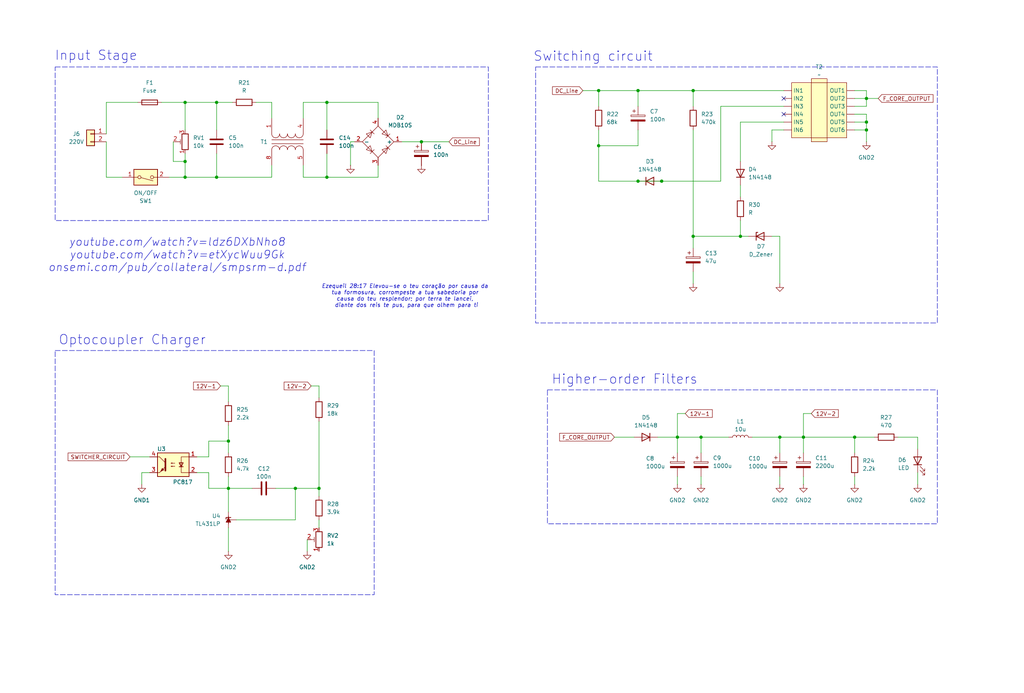
<source format=kicad_sch>
(kicad_sch
	(version 20231120)
	(generator "eeschema")
	(generator_version "8.0")
	(uuid "1f7a8a98-1055-4fa8-a73a-7c44f3f6ac3c")
	(paper "User" 330.2 223.52)
	(title_block
		(title "POWER SUPPLY")
		(date "2024-10-16")
		(company "EESC - USP Guepardo")
	)
	(lib_symbols
		(symbol "Connector_Generic:Conn_01x02"
			(pin_names
				(offset 1.016) hide)
			(exclude_from_sim no)
			(in_bom yes)
			(on_board yes)
			(property "Reference" "J"
				(at 0 2.54 0)
				(effects
					(font
						(size 1.27 1.27)
					)
				)
			)
			(property "Value" "Conn_01x02"
				(at 0 -5.08 0)
				(effects
					(font
						(size 1.27 1.27)
					)
				)
			)
			(property "Footprint" ""
				(at 0 0 0)
				(effects
					(font
						(size 1.27 1.27)
					)
					(hide yes)
				)
			)
			(property "Datasheet" "~"
				(at 0 0 0)
				(effects
					(font
						(size 1.27 1.27)
					)
					(hide yes)
				)
			)
			(property "Description" "Generic connector, single row, 01x02, script generated (kicad-library-utils/schlib/autogen/connector/)"
				(at 0 0 0)
				(effects
					(font
						(size 1.27 1.27)
					)
					(hide yes)
				)
			)
			(property "ki_keywords" "connector"
				(at 0 0 0)
				(effects
					(font
						(size 1.27 1.27)
					)
					(hide yes)
				)
			)
			(property "ki_fp_filters" "Connector*:*_1x??_*"
				(at 0 0 0)
				(effects
					(font
						(size 1.27 1.27)
					)
					(hide yes)
				)
			)
			(symbol "Conn_01x02_1_1"
				(rectangle
					(start -1.27 -2.413)
					(end 0 -2.667)
					(stroke
						(width 0.1524)
						(type default)
					)
					(fill
						(type none)
					)
				)
				(rectangle
					(start -1.27 0.127)
					(end 0 -0.127)
					(stroke
						(width 0.1524)
						(type default)
					)
					(fill
						(type none)
					)
				)
				(rectangle
					(start -1.27 1.27)
					(end 1.27 -3.81)
					(stroke
						(width 0.254)
						(type default)
					)
					(fill
						(type background)
					)
				)
				(pin passive line
					(at -5.08 0 0)
					(length 3.81)
					(name "Pin_1"
						(effects
							(font
								(size 1.27 1.27)
							)
						)
					)
					(number "1"
						(effects
							(font
								(size 1.27 1.27)
							)
						)
					)
				)
				(pin passive line
					(at -5.08 -2.54 0)
					(length 3.81)
					(name "Pin_2"
						(effects
							(font
								(size 1.27 1.27)
							)
						)
					)
					(number "2"
						(effects
							(font
								(size 1.27 1.27)
							)
						)
					)
				)
			)
		)
		(symbol "Device:C"
			(pin_numbers hide)
			(pin_names
				(offset 0.254)
			)
			(exclude_from_sim no)
			(in_bom yes)
			(on_board yes)
			(property "Reference" "C"
				(at 0.635 2.54 0)
				(effects
					(font
						(size 1.27 1.27)
					)
					(justify left)
				)
			)
			(property "Value" "C"
				(at 0.635 -2.54 0)
				(effects
					(font
						(size 1.27 1.27)
					)
					(justify left)
				)
			)
			(property "Footprint" ""
				(at 0.9652 -3.81 0)
				(effects
					(font
						(size 1.27 1.27)
					)
					(hide yes)
				)
			)
			(property "Datasheet" "~"
				(at 0 0 0)
				(effects
					(font
						(size 1.27 1.27)
					)
					(hide yes)
				)
			)
			(property "Description" "Unpolarized capacitor"
				(at 0 0 0)
				(effects
					(font
						(size 1.27 1.27)
					)
					(hide yes)
				)
			)
			(property "ki_keywords" "cap capacitor"
				(at 0 0 0)
				(effects
					(font
						(size 1.27 1.27)
					)
					(hide yes)
				)
			)
			(property "ki_fp_filters" "C_*"
				(at 0 0 0)
				(effects
					(font
						(size 1.27 1.27)
					)
					(hide yes)
				)
			)
			(symbol "C_0_1"
				(polyline
					(pts
						(xy -2.032 -0.762) (xy 2.032 -0.762)
					)
					(stroke
						(width 0.508)
						(type default)
					)
					(fill
						(type none)
					)
				)
				(polyline
					(pts
						(xy -2.032 0.762) (xy 2.032 0.762)
					)
					(stroke
						(width 0.508)
						(type default)
					)
					(fill
						(type none)
					)
				)
			)
			(symbol "C_1_1"
				(pin passive line
					(at 0 3.81 270)
					(length 2.794)
					(name "~"
						(effects
							(font
								(size 1.27 1.27)
							)
						)
					)
					(number "1"
						(effects
							(font
								(size 1.27 1.27)
							)
						)
					)
				)
				(pin passive line
					(at 0 -3.81 90)
					(length 2.794)
					(name "~"
						(effects
							(font
								(size 1.27 1.27)
							)
						)
					)
					(number "2"
						(effects
							(font
								(size 1.27 1.27)
							)
						)
					)
				)
			)
		)
		(symbol "Device:C_Polarized"
			(pin_numbers hide)
			(pin_names
				(offset 0.254)
			)
			(exclude_from_sim no)
			(in_bom yes)
			(on_board yes)
			(property "Reference" "C"
				(at 0.635 2.54 0)
				(effects
					(font
						(size 1.27 1.27)
					)
					(justify left)
				)
			)
			(property "Value" "C_Polarized"
				(at 0.635 -2.54 0)
				(effects
					(font
						(size 1.27 1.27)
					)
					(justify left)
				)
			)
			(property "Footprint" ""
				(at 0.9652 -3.81 0)
				(effects
					(font
						(size 1.27 1.27)
					)
					(hide yes)
				)
			)
			(property "Datasheet" "~"
				(at 0 0 0)
				(effects
					(font
						(size 1.27 1.27)
					)
					(hide yes)
				)
			)
			(property "Description" "Polarized capacitor"
				(at 0 0 0)
				(effects
					(font
						(size 1.27 1.27)
					)
					(hide yes)
				)
			)
			(property "ki_keywords" "cap capacitor"
				(at 0 0 0)
				(effects
					(font
						(size 1.27 1.27)
					)
					(hide yes)
				)
			)
			(property "ki_fp_filters" "CP_*"
				(at 0 0 0)
				(effects
					(font
						(size 1.27 1.27)
					)
					(hide yes)
				)
			)
			(symbol "C_Polarized_0_1"
				(rectangle
					(start -2.286 0.508)
					(end 2.286 1.016)
					(stroke
						(width 0)
						(type default)
					)
					(fill
						(type none)
					)
				)
				(polyline
					(pts
						(xy -1.778 2.286) (xy -0.762 2.286)
					)
					(stroke
						(width 0)
						(type default)
					)
					(fill
						(type none)
					)
				)
				(polyline
					(pts
						(xy -1.27 2.794) (xy -1.27 1.778)
					)
					(stroke
						(width 0)
						(type default)
					)
					(fill
						(type none)
					)
				)
				(rectangle
					(start 2.286 -0.508)
					(end -2.286 -1.016)
					(stroke
						(width 0)
						(type default)
					)
					(fill
						(type outline)
					)
				)
			)
			(symbol "C_Polarized_1_1"
				(pin passive line
					(at 0 3.81 270)
					(length 2.794)
					(name "~"
						(effects
							(font
								(size 1.27 1.27)
							)
						)
					)
					(number "1"
						(effects
							(font
								(size 1.27 1.27)
							)
						)
					)
				)
				(pin passive line
					(at 0 -3.81 90)
					(length 2.794)
					(name "~"
						(effects
							(font
								(size 1.27 1.27)
							)
						)
					)
					(number "2"
						(effects
							(font
								(size 1.27 1.27)
							)
						)
					)
				)
			)
		)
		(symbol "Device:D_Zener"
			(pin_numbers hide)
			(pin_names
				(offset 1.016) hide)
			(exclude_from_sim no)
			(in_bom yes)
			(on_board yes)
			(property "Reference" "D"
				(at 0 2.54 0)
				(effects
					(font
						(size 1.27 1.27)
					)
				)
			)
			(property "Value" "D_Zener"
				(at 0 -2.54 0)
				(effects
					(font
						(size 1.27 1.27)
					)
				)
			)
			(property "Footprint" ""
				(at 0 0 0)
				(effects
					(font
						(size 1.27 1.27)
					)
					(hide yes)
				)
			)
			(property "Datasheet" "~"
				(at 0 0 0)
				(effects
					(font
						(size 1.27 1.27)
					)
					(hide yes)
				)
			)
			(property "Description" "Zener diode"
				(at 0 0 0)
				(effects
					(font
						(size 1.27 1.27)
					)
					(hide yes)
				)
			)
			(property "ki_keywords" "diode"
				(at 0 0 0)
				(effects
					(font
						(size 1.27 1.27)
					)
					(hide yes)
				)
			)
			(property "ki_fp_filters" "TO-???* *_Diode_* *SingleDiode* D_*"
				(at 0 0 0)
				(effects
					(font
						(size 1.27 1.27)
					)
					(hide yes)
				)
			)
			(symbol "D_Zener_0_1"
				(polyline
					(pts
						(xy 1.27 0) (xy -1.27 0)
					)
					(stroke
						(width 0)
						(type default)
					)
					(fill
						(type none)
					)
				)
				(polyline
					(pts
						(xy -1.27 -1.27) (xy -1.27 1.27) (xy -0.762 1.27)
					)
					(stroke
						(width 0.254)
						(type default)
					)
					(fill
						(type none)
					)
				)
				(polyline
					(pts
						(xy 1.27 -1.27) (xy 1.27 1.27) (xy -1.27 0) (xy 1.27 -1.27)
					)
					(stroke
						(width 0.254)
						(type default)
					)
					(fill
						(type none)
					)
				)
			)
			(symbol "D_Zener_1_1"
				(pin passive line
					(at -3.81 0 0)
					(length 2.54)
					(name "K"
						(effects
							(font
								(size 1.27 1.27)
							)
						)
					)
					(number "1"
						(effects
							(font
								(size 1.27 1.27)
							)
						)
					)
				)
				(pin passive line
					(at 3.81 0 180)
					(length 2.54)
					(name "A"
						(effects
							(font
								(size 1.27 1.27)
							)
						)
					)
					(number "2"
						(effects
							(font
								(size 1.27 1.27)
							)
						)
					)
				)
			)
		)
		(symbol "Device:Fuse"
			(pin_numbers hide)
			(pin_names
				(offset 0)
			)
			(exclude_from_sim no)
			(in_bom yes)
			(on_board yes)
			(property "Reference" "F"
				(at 2.032 0 90)
				(effects
					(font
						(size 1.27 1.27)
					)
				)
			)
			(property "Value" "Fuse"
				(at -1.905 0 90)
				(effects
					(font
						(size 1.27 1.27)
					)
				)
			)
			(property "Footprint" ""
				(at -1.778 0 90)
				(effects
					(font
						(size 1.27 1.27)
					)
					(hide yes)
				)
			)
			(property "Datasheet" "~"
				(at 0 0 0)
				(effects
					(font
						(size 1.27 1.27)
					)
					(hide yes)
				)
			)
			(property "Description" "Fuse"
				(at 0 0 0)
				(effects
					(font
						(size 1.27 1.27)
					)
					(hide yes)
				)
			)
			(property "ki_keywords" "fuse"
				(at 0 0 0)
				(effects
					(font
						(size 1.27 1.27)
					)
					(hide yes)
				)
			)
			(property "ki_fp_filters" "*Fuse*"
				(at 0 0 0)
				(effects
					(font
						(size 1.27 1.27)
					)
					(hide yes)
				)
			)
			(symbol "Fuse_0_1"
				(rectangle
					(start -0.762 -2.54)
					(end 0.762 2.54)
					(stroke
						(width 0.254)
						(type default)
					)
					(fill
						(type none)
					)
				)
				(polyline
					(pts
						(xy 0 2.54) (xy 0 -2.54)
					)
					(stroke
						(width 0)
						(type default)
					)
					(fill
						(type none)
					)
				)
			)
			(symbol "Fuse_1_1"
				(pin passive line
					(at 0 3.81 270)
					(length 1.27)
					(name "~"
						(effects
							(font
								(size 1.27 1.27)
							)
						)
					)
					(number "1"
						(effects
							(font
								(size 1.27 1.27)
							)
						)
					)
				)
				(pin passive line
					(at 0 -3.81 90)
					(length 1.27)
					(name "~"
						(effects
							(font
								(size 1.27 1.27)
							)
						)
					)
					(number "2"
						(effects
							(font
								(size 1.27 1.27)
							)
						)
					)
				)
			)
		)
		(symbol "Device:L"
			(pin_numbers hide)
			(pin_names
				(offset 1.016) hide)
			(exclude_from_sim no)
			(in_bom yes)
			(on_board yes)
			(property "Reference" "L"
				(at -1.27 0 90)
				(effects
					(font
						(size 1.27 1.27)
					)
				)
			)
			(property "Value" "L"
				(at 1.905 0 90)
				(effects
					(font
						(size 1.27 1.27)
					)
				)
			)
			(property "Footprint" ""
				(at 0 0 0)
				(effects
					(font
						(size 1.27 1.27)
					)
					(hide yes)
				)
			)
			(property "Datasheet" "~"
				(at 0 0 0)
				(effects
					(font
						(size 1.27 1.27)
					)
					(hide yes)
				)
			)
			(property "Description" "Inductor"
				(at 0 0 0)
				(effects
					(font
						(size 1.27 1.27)
					)
					(hide yes)
				)
			)
			(property "ki_keywords" "inductor choke coil reactor magnetic"
				(at 0 0 0)
				(effects
					(font
						(size 1.27 1.27)
					)
					(hide yes)
				)
			)
			(property "ki_fp_filters" "Choke_* *Coil* Inductor_* L_*"
				(at 0 0 0)
				(effects
					(font
						(size 1.27 1.27)
					)
					(hide yes)
				)
			)
			(symbol "L_0_1"
				(arc
					(start 0 -2.54)
					(mid 0.6323 -1.905)
					(end 0 -1.27)
					(stroke
						(width 0)
						(type default)
					)
					(fill
						(type none)
					)
				)
				(arc
					(start 0 -1.27)
					(mid 0.6323 -0.635)
					(end 0 0)
					(stroke
						(width 0)
						(type default)
					)
					(fill
						(type none)
					)
				)
				(arc
					(start 0 0)
					(mid 0.6323 0.635)
					(end 0 1.27)
					(stroke
						(width 0)
						(type default)
					)
					(fill
						(type none)
					)
				)
				(arc
					(start 0 1.27)
					(mid 0.6323 1.905)
					(end 0 2.54)
					(stroke
						(width 0)
						(type default)
					)
					(fill
						(type none)
					)
				)
			)
			(symbol "L_1_1"
				(pin passive line
					(at 0 3.81 270)
					(length 1.27)
					(name "1"
						(effects
							(font
								(size 1.27 1.27)
							)
						)
					)
					(number "1"
						(effects
							(font
								(size 1.27 1.27)
							)
						)
					)
				)
				(pin passive line
					(at 0 -3.81 90)
					(length 1.27)
					(name "2"
						(effects
							(font
								(size 1.27 1.27)
							)
						)
					)
					(number "2"
						(effects
							(font
								(size 1.27 1.27)
							)
						)
					)
				)
			)
		)
		(symbol "Device:LED"
			(pin_numbers hide)
			(pin_names
				(offset 1.016) hide)
			(exclude_from_sim no)
			(in_bom yes)
			(on_board yes)
			(property "Reference" "D"
				(at 0 2.54 0)
				(effects
					(font
						(size 1.27 1.27)
					)
				)
			)
			(property "Value" "LED"
				(at 0 -2.54 0)
				(effects
					(font
						(size 1.27 1.27)
					)
				)
			)
			(property "Footprint" ""
				(at 0 0 0)
				(effects
					(font
						(size 1.27 1.27)
					)
					(hide yes)
				)
			)
			(property "Datasheet" "~"
				(at 0 0 0)
				(effects
					(font
						(size 1.27 1.27)
					)
					(hide yes)
				)
			)
			(property "Description" "Light emitting diode"
				(at 0 0 0)
				(effects
					(font
						(size 1.27 1.27)
					)
					(hide yes)
				)
			)
			(property "ki_keywords" "LED diode"
				(at 0 0 0)
				(effects
					(font
						(size 1.27 1.27)
					)
					(hide yes)
				)
			)
			(property "ki_fp_filters" "LED* LED_SMD:* LED_THT:*"
				(at 0 0 0)
				(effects
					(font
						(size 1.27 1.27)
					)
					(hide yes)
				)
			)
			(symbol "LED_0_1"
				(polyline
					(pts
						(xy -1.27 -1.27) (xy -1.27 1.27)
					)
					(stroke
						(width 0.254)
						(type default)
					)
					(fill
						(type none)
					)
				)
				(polyline
					(pts
						(xy -1.27 0) (xy 1.27 0)
					)
					(stroke
						(width 0)
						(type default)
					)
					(fill
						(type none)
					)
				)
				(polyline
					(pts
						(xy 1.27 -1.27) (xy 1.27 1.27) (xy -1.27 0) (xy 1.27 -1.27)
					)
					(stroke
						(width 0.254)
						(type default)
					)
					(fill
						(type none)
					)
				)
				(polyline
					(pts
						(xy -3.048 -0.762) (xy -4.572 -2.286) (xy -3.81 -2.286) (xy -4.572 -2.286) (xy -4.572 -1.524)
					)
					(stroke
						(width 0)
						(type default)
					)
					(fill
						(type none)
					)
				)
				(polyline
					(pts
						(xy -1.778 -0.762) (xy -3.302 -2.286) (xy -2.54 -2.286) (xy -3.302 -2.286) (xy -3.302 -1.524)
					)
					(stroke
						(width 0)
						(type default)
					)
					(fill
						(type none)
					)
				)
			)
			(symbol "LED_1_1"
				(pin passive line
					(at -3.81 0 0)
					(length 2.54)
					(name "K"
						(effects
							(font
								(size 1.27 1.27)
							)
						)
					)
					(number "1"
						(effects
							(font
								(size 1.27 1.27)
							)
						)
					)
				)
				(pin passive line
					(at 3.81 0 180)
					(length 2.54)
					(name "A"
						(effects
							(font
								(size 1.27 1.27)
							)
						)
					)
					(number "2"
						(effects
							(font
								(size 1.27 1.27)
							)
						)
					)
				)
			)
		)
		(symbol "Device:R"
			(pin_numbers hide)
			(pin_names
				(offset 0)
			)
			(exclude_from_sim no)
			(in_bom yes)
			(on_board yes)
			(property "Reference" "R"
				(at 2.032 0 90)
				(effects
					(font
						(size 1.27 1.27)
					)
				)
			)
			(property "Value" "R"
				(at 0 0 90)
				(effects
					(font
						(size 1.27 1.27)
					)
				)
			)
			(property "Footprint" ""
				(at -1.778 0 90)
				(effects
					(font
						(size 1.27 1.27)
					)
					(hide yes)
				)
			)
			(property "Datasheet" "~"
				(at 0 0 0)
				(effects
					(font
						(size 1.27 1.27)
					)
					(hide yes)
				)
			)
			(property "Description" "Resistor"
				(at 0 0 0)
				(effects
					(font
						(size 1.27 1.27)
					)
					(hide yes)
				)
			)
			(property "ki_keywords" "R res resistor"
				(at 0 0 0)
				(effects
					(font
						(size 1.27 1.27)
					)
					(hide yes)
				)
			)
			(property "ki_fp_filters" "R_*"
				(at 0 0 0)
				(effects
					(font
						(size 1.27 1.27)
					)
					(hide yes)
				)
			)
			(symbol "R_0_1"
				(rectangle
					(start -1.016 -2.54)
					(end 1.016 2.54)
					(stroke
						(width 0.254)
						(type default)
					)
					(fill
						(type none)
					)
				)
			)
			(symbol "R_1_1"
				(pin passive line
					(at 0 3.81 270)
					(length 1.27)
					(name "~"
						(effects
							(font
								(size 1.27 1.27)
							)
						)
					)
					(number "1"
						(effects
							(font
								(size 1.27 1.27)
							)
						)
					)
				)
				(pin passive line
					(at 0 -3.81 90)
					(length 1.27)
					(name "~"
						(effects
							(font
								(size 1.27 1.27)
							)
						)
					)
					(number "2"
						(effects
							(font
								(size 1.27 1.27)
							)
						)
					)
				)
			)
		)
		(symbol "Device:R_Potentiometer_Trim"
			(pin_names
				(offset 1.016) hide)
			(exclude_from_sim no)
			(in_bom yes)
			(on_board yes)
			(property "Reference" "RV"
				(at -4.445 0 90)
				(effects
					(font
						(size 1.27 1.27)
					)
				)
			)
			(property "Value" "R_Potentiometer_Trim"
				(at -2.54 0 90)
				(effects
					(font
						(size 1.27 1.27)
					)
				)
			)
			(property "Footprint" ""
				(at 0 0 0)
				(effects
					(font
						(size 1.27 1.27)
					)
					(hide yes)
				)
			)
			(property "Datasheet" "~"
				(at 0 0 0)
				(effects
					(font
						(size 1.27 1.27)
					)
					(hide yes)
				)
			)
			(property "Description" "Trim-potentiometer"
				(at 0 0 0)
				(effects
					(font
						(size 1.27 1.27)
					)
					(hide yes)
				)
			)
			(property "ki_keywords" "resistor variable trimpot trimmer"
				(at 0 0 0)
				(effects
					(font
						(size 1.27 1.27)
					)
					(hide yes)
				)
			)
			(property "ki_fp_filters" "Potentiometer*"
				(at 0 0 0)
				(effects
					(font
						(size 1.27 1.27)
					)
					(hide yes)
				)
			)
			(symbol "R_Potentiometer_Trim_0_1"
				(polyline
					(pts
						(xy 1.524 0.762) (xy 1.524 -0.762)
					)
					(stroke
						(width 0)
						(type default)
					)
					(fill
						(type none)
					)
				)
				(polyline
					(pts
						(xy 2.54 0) (xy 1.524 0)
					)
					(stroke
						(width 0)
						(type default)
					)
					(fill
						(type none)
					)
				)
				(rectangle
					(start 1.016 2.54)
					(end -1.016 -2.54)
					(stroke
						(width 0.254)
						(type default)
					)
					(fill
						(type none)
					)
				)
			)
			(symbol "R_Potentiometer_Trim_1_1"
				(pin passive line
					(at 0 3.81 270)
					(length 1.27)
					(name "1"
						(effects
							(font
								(size 1.27 1.27)
							)
						)
					)
					(number "1"
						(effects
							(font
								(size 1.27 1.27)
							)
						)
					)
				)
				(pin passive line
					(at 3.81 0 180)
					(length 1.27)
					(name "2"
						(effects
							(font
								(size 1.27 1.27)
							)
						)
					)
					(number "2"
						(effects
							(font
								(size 1.27 1.27)
							)
						)
					)
				)
				(pin passive line
					(at 0 -3.81 90)
					(length 1.27)
					(name "3"
						(effects
							(font
								(size 1.27 1.27)
							)
						)
					)
					(number "3"
						(effects
							(font
								(size 1.27 1.27)
							)
						)
					)
				)
			)
		)
		(symbol "Device:Transformer_1P_1S_SO8"
			(pin_names
				(offset 1.016) hide)
			(exclude_from_sim no)
			(in_bom yes)
			(on_board yes)
			(property "Reference" "T"
				(at 0 6.35 0)
				(effects
					(font
						(size 1.27 1.27)
					)
				)
			)
			(property "Value" "Transformer_1P_1S_SO8"
				(at 0 -7.62 0)
				(effects
					(font
						(size 1.27 1.27)
					)
				)
			)
			(property "Footprint" ""
				(at 0 0 0)
				(effects
					(font
						(size 1.27 1.27)
					)
					(hide yes)
				)
			)
			(property "Datasheet" "~"
				(at 0 0 0)
				(effects
					(font
						(size 1.27 1.27)
					)
					(hide yes)
				)
			)
			(property "Description" "Transformer, single primary, single secondary, SO-8 package"
				(at 0 0 0)
				(effects
					(font
						(size 1.27 1.27)
					)
					(hide yes)
				)
			)
			(property "ki_keywords" "transformer coil magnet"
				(at 0 0 0)
				(effects
					(font
						(size 1.27 1.27)
					)
					(hide yes)
				)
			)
			(symbol "Transformer_1P_1S_SO8_0_1"
				(arc
					(start -2.54 -5.0546)
					(mid -1.6599 -4.6901)
					(end -1.27 -3.81)
					(stroke
						(width 0)
						(type default)
					)
					(fill
						(type none)
					)
				)
				(arc
					(start -2.54 -2.5146)
					(mid -1.6599 -2.1501)
					(end -1.27 -1.27)
					(stroke
						(width 0)
						(type default)
					)
					(fill
						(type none)
					)
				)
				(arc
					(start -2.54 0.0254)
					(mid -1.6599 0.3899)
					(end -1.27 1.27)
					(stroke
						(width 0)
						(type default)
					)
					(fill
						(type none)
					)
				)
				(arc
					(start -2.54 2.5654)
					(mid -1.6599 2.9299)
					(end -1.27 3.81)
					(stroke
						(width 0)
						(type default)
					)
					(fill
						(type none)
					)
				)
				(arc
					(start -1.27 -3.81)
					(mid -1.642 -2.912)
					(end -2.54 -2.54)
					(stroke
						(width 0)
						(type default)
					)
					(fill
						(type none)
					)
				)
				(arc
					(start -1.27 -1.27)
					(mid -1.642 -0.372)
					(end -2.54 0)
					(stroke
						(width 0)
						(type default)
					)
					(fill
						(type none)
					)
				)
				(arc
					(start -1.27 1.27)
					(mid -1.642 2.168)
					(end -2.54 2.54)
					(stroke
						(width 0)
						(type default)
					)
					(fill
						(type none)
					)
				)
				(arc
					(start -1.27 3.81)
					(mid -1.642 4.708)
					(end -2.54 5.08)
					(stroke
						(width 0)
						(type default)
					)
					(fill
						(type none)
					)
				)
				(polyline
					(pts
						(xy -0.635 5.08) (xy -0.635 -5.08)
					)
					(stroke
						(width 0)
						(type default)
					)
					(fill
						(type none)
					)
				)
				(polyline
					(pts
						(xy 0.635 -5.08) (xy 0.635 5.08)
					)
					(stroke
						(width 0)
						(type default)
					)
					(fill
						(type none)
					)
				)
				(arc
					(start 1.2954 -1.27)
					(mid 1.6599 -2.1501)
					(end 2.54 -2.5146)
					(stroke
						(width 0)
						(type default)
					)
					(fill
						(type none)
					)
				)
				(arc
					(start 1.2954 1.27)
					(mid 1.6599 0.3899)
					(end 2.54 0.0254)
					(stroke
						(width 0)
						(type default)
					)
					(fill
						(type none)
					)
				)
				(arc
					(start 1.2954 3.81)
					(mid 1.6599 2.9299)
					(end 2.54 2.5654)
					(stroke
						(width 0)
						(type default)
					)
					(fill
						(type none)
					)
				)
				(arc
					(start 1.3208 -3.81)
					(mid 1.6853 -4.6901)
					(end 2.5654 -5.0546)
					(stroke
						(width 0)
						(type default)
					)
					(fill
						(type none)
					)
				)
				(arc
					(start 2.54 0)
					(mid 1.642 -0.372)
					(end 1.2954 -1.27)
					(stroke
						(width 0)
						(type default)
					)
					(fill
						(type none)
					)
				)
				(arc
					(start 2.54 2.54)
					(mid 1.642 2.168)
					(end 1.2954 1.27)
					(stroke
						(width 0)
						(type default)
					)
					(fill
						(type none)
					)
				)
				(arc
					(start 2.54 5.08)
					(mid 1.642 4.708)
					(end 1.2954 3.81)
					(stroke
						(width 0)
						(type default)
					)
					(fill
						(type none)
					)
				)
				(arc
					(start 2.5654 -2.54)
					(mid 1.6674 -2.912)
					(end 1.3208 -3.81)
					(stroke
						(width 0)
						(type default)
					)
					(fill
						(type none)
					)
				)
			)
			(symbol "Transformer_1P_1S_SO8_1_1"
				(pin passive line
					(at -7.62 5.08 0)
					(length 5.08)
					(name "AA"
						(effects
							(font
								(size 1.27 1.27)
							)
						)
					)
					(number "1"
						(effects
							(font
								(size 1.27 1.27)
							)
						)
					)
				)
				(pin passive line
					(at -7.62 -5.08 0)
					(length 5.08)
					(name "AB"
						(effects
							(font
								(size 1.27 1.27)
							)
						)
					)
					(number "4"
						(effects
							(font
								(size 1.27 1.27)
							)
						)
					)
				)
				(pin passive line
					(at 7.62 -5.08 180)
					(length 5.08)
					(name "SA"
						(effects
							(font
								(size 1.27 1.27)
							)
						)
					)
					(number "5"
						(effects
							(font
								(size 1.27 1.27)
							)
						)
					)
				)
				(pin passive line
					(at 7.62 5.08 180)
					(length 5.08)
					(name "SB"
						(effects
							(font
								(size 1.27 1.27)
							)
						)
					)
					(number "8"
						(effects
							(font
								(size 1.27 1.27)
							)
						)
					)
				)
			)
		)
		(symbol "Diode:1N4148"
			(pin_numbers hide)
			(pin_names hide)
			(exclude_from_sim no)
			(in_bom yes)
			(on_board yes)
			(property "Reference" "D"
				(at 0 2.54 0)
				(effects
					(font
						(size 1.27 1.27)
					)
				)
			)
			(property "Value" "1N4148"
				(at 0 -2.54 0)
				(effects
					(font
						(size 1.27 1.27)
					)
				)
			)
			(property "Footprint" "Diode_THT:D_DO-35_SOD27_P7.62mm_Horizontal"
				(at 0 0 0)
				(effects
					(font
						(size 1.27 1.27)
					)
					(hide yes)
				)
			)
			(property "Datasheet" "https://assets.nexperia.com/documents/data-sheet/1N4148_1N4448.pdf"
				(at 0 0 0)
				(effects
					(font
						(size 1.27 1.27)
					)
					(hide yes)
				)
			)
			(property "Description" "100V 0.15A standard switching diode, DO-35"
				(at 0 0 0)
				(effects
					(font
						(size 1.27 1.27)
					)
					(hide yes)
				)
			)
			(property "Sim.Device" "D"
				(at 0 0 0)
				(effects
					(font
						(size 1.27 1.27)
					)
					(hide yes)
				)
			)
			(property "Sim.Pins" "1=K 2=A"
				(at 0 0 0)
				(effects
					(font
						(size 1.27 1.27)
					)
					(hide yes)
				)
			)
			(property "ki_keywords" "diode"
				(at 0 0 0)
				(effects
					(font
						(size 1.27 1.27)
					)
					(hide yes)
				)
			)
			(property "ki_fp_filters" "D*DO?35*"
				(at 0 0 0)
				(effects
					(font
						(size 1.27 1.27)
					)
					(hide yes)
				)
			)
			(symbol "1N4148_0_1"
				(polyline
					(pts
						(xy -1.27 1.27) (xy -1.27 -1.27)
					)
					(stroke
						(width 0.254)
						(type default)
					)
					(fill
						(type none)
					)
				)
				(polyline
					(pts
						(xy 1.27 0) (xy -1.27 0)
					)
					(stroke
						(width 0)
						(type default)
					)
					(fill
						(type none)
					)
				)
				(polyline
					(pts
						(xy 1.27 1.27) (xy 1.27 -1.27) (xy -1.27 0) (xy 1.27 1.27)
					)
					(stroke
						(width 0.254)
						(type default)
					)
					(fill
						(type none)
					)
				)
			)
			(symbol "1N4148_1_1"
				(pin passive line
					(at -3.81 0 0)
					(length 2.54)
					(name "K"
						(effects
							(font
								(size 1.27 1.27)
							)
						)
					)
					(number "1"
						(effects
							(font
								(size 1.27 1.27)
							)
						)
					)
				)
				(pin passive line
					(at 3.81 0 180)
					(length 2.54)
					(name "A"
						(effects
							(font
								(size 1.27 1.27)
							)
						)
					)
					(number "2"
						(effects
							(font
								(size 1.27 1.27)
							)
						)
					)
				)
			)
		)
		(symbol "Diode_Bridge:MDB10S"
			(exclude_from_sim no)
			(in_bom yes)
			(on_board yes)
			(property "Reference" "D"
				(at 3.81 6.35 0)
				(effects
					(font
						(size 1.27 1.27)
					)
				)
			)
			(property "Value" "MDB10S"
				(at 6.35 3.81 0)
				(effects
					(font
						(size 1.27 1.27)
					)
				)
			)
			(property "Footprint" "Package_SO:TSSOP-4_4.4x5mm_P4mm"
				(at 0 0 0)
				(effects
					(font
						(size 1.27 1.27)
					)
					(hide yes)
				)
			)
			(property "Datasheet" "https://www.onsemi.com/pub/Collateral/MDB8S-D.PDF"
				(at 0 0 0)
				(effects
					(font
						(size 1.27 1.27)
					)
					(hide yes)
				)
			)
			(property "Description" "Single-Phase Bridge Rectifier, 700V Vrms, 1A If, TSSOP-4"
				(at 0 0 0)
				(effects
					(font
						(size 1.27 1.27)
					)
					(hide yes)
				)
			)
			(property "ki_keywords" "bridge diode rectifier ac dc acdc ac-dc"
				(at 0 0 0)
				(effects
					(font
						(size 1.27 1.27)
					)
					(hide yes)
				)
			)
			(property "ki_fp_filters" "TSSOP*4.4x5mm*P4mm*"
				(at 0 0 0)
				(effects
					(font
						(size 1.27 1.27)
					)
					(hide yes)
				)
			)
			(symbol "MDB10S_1_1"
				(polyline
					(pts
						(xy -2.54 3.81) (xy -1.27 2.54)
					)
					(stroke
						(width 0)
						(type default)
					)
					(fill
						(type none)
					)
				)
				(polyline
					(pts
						(xy -1.27 -2.54) (xy -2.54 -3.81)
					)
					(stroke
						(width 0)
						(type default)
					)
					(fill
						(type none)
					)
				)
				(polyline
					(pts
						(xy 2.54 -1.27) (xy 3.81 -2.54)
					)
					(stroke
						(width 0)
						(type default)
					)
					(fill
						(type none)
					)
				)
				(polyline
					(pts
						(xy 2.54 1.27) (xy 3.81 2.54)
					)
					(stroke
						(width 0)
						(type default)
					)
					(fill
						(type none)
					)
				)
				(polyline
					(pts
						(xy -3.81 2.54) (xy -2.54 1.27) (xy -1.905 3.175) (xy -3.81 2.54)
					)
					(stroke
						(width 0)
						(type default)
					)
					(fill
						(type none)
					)
				)
				(polyline
					(pts
						(xy -2.54 -1.27) (xy -3.81 -2.54) (xy -1.905 -3.175) (xy -2.54 -1.27)
					)
					(stroke
						(width 0)
						(type default)
					)
					(fill
						(type none)
					)
				)
				(polyline
					(pts
						(xy 1.27 2.54) (xy 2.54 3.81) (xy 3.175 1.905) (xy 1.27 2.54)
					)
					(stroke
						(width 0)
						(type default)
					)
					(fill
						(type none)
					)
				)
				(polyline
					(pts
						(xy 3.175 -1.905) (xy 1.27 -2.54) (xy 2.54 -3.81) (xy 3.175 -1.905)
					)
					(stroke
						(width 0)
						(type default)
					)
					(fill
						(type none)
					)
				)
				(polyline
					(pts
						(xy -5.08 0) (xy 0 -5.08) (xy 5.08 0) (xy 0 5.08) (xy -5.08 0)
					)
					(stroke
						(width 0)
						(type default)
					)
					(fill
						(type none)
					)
				)
				(pin passive line
					(at 7.62 0 180)
					(length 2.54)
					(name "+"
						(effects
							(font
								(size 1.27 1.27)
							)
						)
					)
					(number "1"
						(effects
							(font
								(size 1.27 1.27)
							)
						)
					)
				)
				(pin passive line
					(at -7.62 0 0)
					(length 2.54)
					(name "-"
						(effects
							(font
								(size 1.27 1.27)
							)
						)
					)
					(number "2"
						(effects
							(font
								(size 1.27 1.27)
							)
						)
					)
				)
				(pin passive line
					(at 0 -7.62 90)
					(length 2.54)
					(name "~"
						(effects
							(font
								(size 1.27 1.27)
							)
						)
					)
					(number "3"
						(effects
							(font
								(size 1.27 1.27)
							)
						)
					)
				)
				(pin passive line
					(at 0 7.62 270)
					(length 2.54)
					(name "~"
						(effects
							(font
								(size 1.27 1.27)
							)
						)
					)
					(number "4"
						(effects
							(font
								(size 1.27 1.27)
							)
						)
					)
				)
			)
		)
		(symbol "Isolator:PC817"
			(pin_names
				(offset 1.016)
			)
			(exclude_from_sim no)
			(in_bom yes)
			(on_board yes)
			(property "Reference" "U"
				(at -5.08 5.08 0)
				(effects
					(font
						(size 1.27 1.27)
					)
					(justify left)
				)
			)
			(property "Value" "PC817"
				(at 0 5.08 0)
				(effects
					(font
						(size 1.27 1.27)
					)
					(justify left)
				)
			)
			(property "Footprint" "Package_DIP:DIP-4_W7.62mm"
				(at -5.08 -5.08 0)
				(effects
					(font
						(size 1.27 1.27)
						(italic yes)
					)
					(justify left)
					(hide yes)
				)
			)
			(property "Datasheet" "http://www.soselectronic.cz/a_info/resource/d/pc817.pdf"
				(at 0 0 0)
				(effects
					(font
						(size 1.27 1.27)
					)
					(justify left)
					(hide yes)
				)
			)
			(property "Description" "DC Optocoupler, Vce 35V, CTR 50-300%, DIP-4"
				(at 0 0 0)
				(effects
					(font
						(size 1.27 1.27)
					)
					(hide yes)
				)
			)
			(property "ki_keywords" "NPN DC Optocoupler"
				(at 0 0 0)
				(effects
					(font
						(size 1.27 1.27)
					)
					(hide yes)
				)
			)
			(property "ki_fp_filters" "DIP*W7.62mm*"
				(at 0 0 0)
				(effects
					(font
						(size 1.27 1.27)
					)
					(hide yes)
				)
			)
			(symbol "PC817_0_1"
				(rectangle
					(start -5.08 3.81)
					(end 5.08 -3.81)
					(stroke
						(width 0.254)
						(type default)
					)
					(fill
						(type background)
					)
				)
				(polyline
					(pts
						(xy -3.175 -0.635) (xy -1.905 -0.635)
					)
					(stroke
						(width 0.254)
						(type default)
					)
					(fill
						(type none)
					)
				)
				(polyline
					(pts
						(xy 2.54 0.635) (xy 4.445 2.54)
					)
					(stroke
						(width 0)
						(type default)
					)
					(fill
						(type none)
					)
				)
				(polyline
					(pts
						(xy 4.445 -2.54) (xy 2.54 -0.635)
					)
					(stroke
						(width 0)
						(type default)
					)
					(fill
						(type outline)
					)
				)
				(polyline
					(pts
						(xy 4.445 -2.54) (xy 5.08 -2.54)
					)
					(stroke
						(width 0)
						(type default)
					)
					(fill
						(type none)
					)
				)
				(polyline
					(pts
						(xy 4.445 2.54) (xy 5.08 2.54)
					)
					(stroke
						(width 0)
						(type default)
					)
					(fill
						(type none)
					)
				)
				(polyline
					(pts
						(xy -5.08 2.54) (xy -2.54 2.54) (xy -2.54 -0.635)
					)
					(stroke
						(width 0)
						(type default)
					)
					(fill
						(type none)
					)
				)
				(polyline
					(pts
						(xy -2.54 -0.635) (xy -2.54 -2.54) (xy -5.08 -2.54)
					)
					(stroke
						(width 0)
						(type default)
					)
					(fill
						(type none)
					)
				)
				(polyline
					(pts
						(xy 2.54 1.905) (xy 2.54 -1.905) (xy 2.54 -1.905)
					)
					(stroke
						(width 0.508)
						(type default)
					)
					(fill
						(type none)
					)
				)
				(polyline
					(pts
						(xy -2.54 -0.635) (xy -3.175 0.635) (xy -1.905 0.635) (xy -2.54 -0.635)
					)
					(stroke
						(width 0.254)
						(type default)
					)
					(fill
						(type none)
					)
				)
				(polyline
					(pts
						(xy -0.508 -0.508) (xy 0.762 -0.508) (xy 0.381 -0.635) (xy 0.381 -0.381) (xy 0.762 -0.508)
					)
					(stroke
						(width 0)
						(type default)
					)
					(fill
						(type none)
					)
				)
				(polyline
					(pts
						(xy -0.508 0.508) (xy 0.762 0.508) (xy 0.381 0.381) (xy 0.381 0.635) (xy 0.762 0.508)
					)
					(stroke
						(width 0)
						(type default)
					)
					(fill
						(type none)
					)
				)
				(polyline
					(pts
						(xy 3.048 -1.651) (xy 3.556 -1.143) (xy 4.064 -2.159) (xy 3.048 -1.651) (xy 3.048 -1.651)
					)
					(stroke
						(width 0)
						(type default)
					)
					(fill
						(type outline)
					)
				)
			)
			(symbol "PC817_1_1"
				(pin passive line
					(at -7.62 2.54 0)
					(length 2.54)
					(name "~"
						(effects
							(font
								(size 1.27 1.27)
							)
						)
					)
					(number "1"
						(effects
							(font
								(size 1.27 1.27)
							)
						)
					)
				)
				(pin passive line
					(at -7.62 -2.54 0)
					(length 2.54)
					(name "~"
						(effects
							(font
								(size 1.27 1.27)
							)
						)
					)
					(number "2"
						(effects
							(font
								(size 1.27 1.27)
							)
						)
					)
				)
				(pin passive line
					(at 7.62 -2.54 180)
					(length 2.54)
					(name "~"
						(effects
							(font
								(size 1.27 1.27)
							)
						)
					)
					(number "3"
						(effects
							(font
								(size 1.27 1.27)
							)
						)
					)
				)
				(pin passive line
					(at 7.62 2.54 180)
					(length 2.54)
					(name "~"
						(effects
							(font
								(size 1.27 1.27)
							)
						)
					)
					(number "4"
						(effects
							(font
								(size 1.27 1.27)
							)
						)
					)
				)
			)
		)
		(symbol "Reference_Voltage:TL431LP"
			(pin_numbers hide)
			(pin_names hide)
			(exclude_from_sim no)
			(in_bom yes)
			(on_board yes)
			(property "Reference" "U"
				(at -2.54 2.54 0)
				(effects
					(font
						(size 1.27 1.27)
					)
				)
			)
			(property "Value" "TL431LP"
				(at 0 -2.54 0)
				(effects
					(font
						(size 1.27 1.27)
					)
				)
			)
			(property "Footprint" "Package_TO_SOT_THT:TO-92_Inline"
				(at 0 -4.826 0)
				(effects
					(font
						(size 1.27 1.27)
						(italic yes)
					)
					(hide yes)
				)
			)
			(property "Datasheet" "http://www.ti.com/lit/ds/symlink/tl431.pdf"
				(at 0.508 -7.112 0)
				(effects
					(font
						(size 1.27 1.27)
						(italic yes)
					)
					(hide yes)
				)
			)
			(property "Description" "Shunt Regulator, TO-92"
				(at 0 -8.89 0)
				(effects
					(font
						(size 1.27 1.27)
					)
					(hide yes)
				)
			)
			(property "ki_keywords" "diode device regulator shunt"
				(at 0 0 0)
				(effects
					(font
						(size 1.27 1.27)
					)
					(hide yes)
				)
			)
			(property "ki_fp_filters" "TO*92*"
				(at 0 0 0)
				(effects
					(font
						(size 1.27 1.27)
					)
					(hide yes)
				)
			)
			(symbol "TL431LP_0_1"
				(polyline
					(pts
						(xy -1.27 0) (xy 0 0) (xy 1.27 0)
					)
					(stroke
						(width 0)
						(type default)
					)
					(fill
						(type none)
					)
				)
				(polyline
					(pts
						(xy -0.762 -0.762) (xy -0.762 0.762) (xy 0.762 0) (xy -0.762 -0.762)
					)
					(stroke
						(width 0)
						(type default)
					)
					(fill
						(type outline)
					)
				)
				(polyline
					(pts
						(xy 0.254 -0.762) (xy 0.762 -0.762) (xy 0.762 0.762) (xy 0.762 0.762)
					)
					(stroke
						(width 0.254)
						(type default)
					)
					(fill
						(type none)
					)
				)
			)
			(symbol "TL431LP_1_1"
				(pin passive line
					(at 0 2.54 270)
					(length 2.54)
					(name "REF"
						(effects
							(font
								(size 1.27 1.27)
							)
						)
					)
					(number "1"
						(effects
							(font
								(size 1.27 1.27)
							)
						)
					)
				)
				(pin passive line
					(at -2.54 0 0)
					(length 2.54)
					(name "A"
						(effects
							(font
								(size 1.27 1.27)
							)
						)
					)
					(number "2"
						(effects
							(font
								(size 1.27 1.27)
							)
						)
					)
				)
				(pin passive line
					(at 2.54 0 180)
					(length 2.54)
					(name "K"
						(effects
							(font
								(size 1.27 1.27)
							)
						)
					)
					(number "3"
						(effects
							(font
								(size 1.27 1.27)
							)
						)
					)
				)
			)
		)
		(symbol "Switch:SW_DIP_x01"
			(pin_names
				(offset 0) hide)
			(exclude_from_sim no)
			(in_bom yes)
			(on_board yes)
			(property "Reference" "SW"
				(at 0 3.81 0)
				(effects
					(font
						(size 1.27 1.27)
					)
				)
			)
			(property "Value" "SW_DIP_x01"
				(at 0 -3.81 0)
				(effects
					(font
						(size 1.27 1.27)
					)
				)
			)
			(property "Footprint" ""
				(at 0 0 0)
				(effects
					(font
						(size 1.27 1.27)
					)
					(hide yes)
				)
			)
			(property "Datasheet" "~"
				(at 0 0 0)
				(effects
					(font
						(size 1.27 1.27)
					)
					(hide yes)
				)
			)
			(property "Description" "1x DIP Switch, Single Pole Single Throw (SPST) switch, small symbol"
				(at 0 0 0)
				(effects
					(font
						(size 1.27 1.27)
					)
					(hide yes)
				)
			)
			(property "ki_keywords" "dip switch"
				(at 0 0 0)
				(effects
					(font
						(size 1.27 1.27)
					)
					(hide yes)
				)
			)
			(property "ki_fp_filters" "SW?DIP?x1*"
				(at 0 0 0)
				(effects
					(font
						(size 1.27 1.27)
					)
					(hide yes)
				)
			)
			(symbol "SW_DIP_x01_0_0"
				(circle
					(center -2.032 0)
					(radius 0.508)
					(stroke
						(width 0)
						(type default)
					)
					(fill
						(type none)
					)
				)
				(polyline
					(pts
						(xy -1.524 0.127) (xy 2.3622 1.1684)
					)
					(stroke
						(width 0)
						(type default)
					)
					(fill
						(type none)
					)
				)
				(circle
					(center 2.032 0)
					(radius 0.508)
					(stroke
						(width 0)
						(type default)
					)
					(fill
						(type none)
					)
				)
			)
			(symbol "SW_DIP_x01_0_1"
				(rectangle
					(start -3.81 2.54)
					(end 3.81 -2.54)
					(stroke
						(width 0.254)
						(type default)
					)
					(fill
						(type background)
					)
				)
			)
			(symbol "SW_DIP_x01_1_1"
				(pin passive line
					(at -7.62 0 0)
					(length 5.08)
					(name "~"
						(effects
							(font
								(size 1.27 1.27)
							)
						)
					)
					(number "1"
						(effects
							(font
								(size 1.27 1.27)
							)
						)
					)
				)
				(pin passive line
					(at 7.62 0 180)
					(length 5.08)
					(name "~"
						(effects
							(font
								(size 1.27 1.27)
							)
						)
					)
					(number "2"
						(effects
							(font
								(size 1.27 1.27)
							)
						)
					)
				)
			)
		)
		(symbol "VFD_RF:TFCore"
			(exclude_from_sim no)
			(in_bom yes)
			(on_board yes)
			(property "Reference" "T"
				(at 0 0 0)
				(effects
					(font
						(size 1.27 1.27)
					)
				)
			)
			(property "Value" ""
				(at 0 0 0)
				(effects
					(font
						(size 1.27 1.27)
					)
				)
			)
			(property "Footprint" ""
				(at 0 0 0)
				(effects
					(font
						(size 1.27 1.27)
					)
					(hide yes)
				)
			)
			(property "Datasheet" ""
				(at 0 0 0)
				(effects
					(font
						(size 1.27 1.27)
					)
					(hide yes)
				)
			)
			(property "Description" ""
				(at 0 0 0)
				(effects
					(font
						(size 1.27 1.27)
					)
					(hide yes)
				)
			)
			(symbol "TFCore_1_1"
				(rectangle
					(start -8.89 8.89)
					(end 8.89 -8.89)
					(stroke
						(width 0)
						(type default)
					)
					(fill
						(type background)
					)
				)
				(rectangle
					(start -2.54 10.16)
					(end 2.54 -10.16)
					(stroke
						(width 0)
						(type default)
					)
					(fill
						(type background)
					)
				)
				(pin passive line
					(at -11.43 6.35 0)
					(length 2.54)
					(name "IN1"
						(effects
							(font
								(size 1.27 1.27)
							)
						)
					)
					(number ""
						(effects
							(font
								(size 1.27 1.27)
							)
						)
					)
				)
				(pin passive line
					(at -11.43 3.81 0)
					(length 2.54)
					(name "IN2"
						(effects
							(font
								(size 1.27 1.27)
							)
						)
					)
					(number ""
						(effects
							(font
								(size 1.27 1.27)
							)
						)
					)
				)
				(pin passive line
					(at -11.43 1.27 0)
					(length 2.54)
					(name "IN3"
						(effects
							(font
								(size 1.27 1.27)
							)
						)
					)
					(number ""
						(effects
							(font
								(size 1.27 1.27)
							)
						)
					)
				)
				(pin passive line
					(at -11.43 -1.27 0)
					(length 2.54)
					(name "IN4"
						(effects
							(font
								(size 1.27 1.27)
							)
						)
					)
					(number ""
						(effects
							(font
								(size 1.27 1.27)
							)
						)
					)
				)
				(pin passive line
					(at -11.43 -3.81 0)
					(length 2.54)
					(name "IN5"
						(effects
							(font
								(size 1.27 1.27)
							)
						)
					)
					(number ""
						(effects
							(font
								(size 1.27 1.27)
							)
						)
					)
				)
				(pin passive line
					(at -11.43 -6.35 0)
					(length 2.54)
					(name "IN6"
						(effects
							(font
								(size 1.27 1.27)
							)
						)
					)
					(number ""
						(effects
							(font
								(size 1.27 1.27)
							)
						)
					)
				)
				(pin passive line
					(at 11.43 6.35 180)
					(length 2.54)
					(name "OUT1"
						(effects
							(font
								(size 1.27 1.27)
							)
						)
					)
					(number ""
						(effects
							(font
								(size 1.27 1.27)
							)
						)
					)
				)
				(pin passive line
					(at 11.43 3.81 180)
					(length 2.54)
					(name "OUT2"
						(effects
							(font
								(size 1.27 1.27)
							)
						)
					)
					(number ""
						(effects
							(font
								(size 1.27 1.27)
							)
						)
					)
				)
				(pin passive line
					(at 11.43 1.27 180)
					(length 2.54)
					(name "OUT3"
						(effects
							(font
								(size 1.27 1.27)
							)
						)
					)
					(number ""
						(effects
							(font
								(size 1.27 1.27)
							)
						)
					)
				)
				(pin passive line
					(at 11.43 -1.27 180)
					(length 2.54)
					(name "OUT4"
						(effects
							(font
								(size 1.27 1.27)
							)
						)
					)
					(number ""
						(effects
							(font
								(size 1.27 1.27)
							)
						)
					)
				)
				(pin passive line
					(at 11.43 -3.81 180)
					(length 2.54)
					(name "OUT5"
						(effects
							(font
								(size 1.27 1.27)
							)
						)
					)
					(number ""
						(effects
							(font
								(size 1.27 1.27)
							)
						)
					)
				)
				(pin passive line
					(at 11.43 -6.35 180)
					(length 2.54)
					(name "OUT6"
						(effects
							(font
								(size 1.27 1.27)
							)
						)
					)
					(number ""
						(effects
							(font
								(size 1.27 1.27)
							)
						)
					)
				)
			)
		)
		(symbol "power:GND"
			(power)
			(pin_numbers hide)
			(pin_names
				(offset 0) hide)
			(exclude_from_sim no)
			(in_bom yes)
			(on_board yes)
			(property "Reference" "#PWR"
				(at 0 -6.35 0)
				(effects
					(font
						(size 1.27 1.27)
					)
					(hide yes)
				)
			)
			(property "Value" "GND"
				(at 0 -3.81 0)
				(effects
					(font
						(size 1.27 1.27)
					)
				)
			)
			(property "Footprint" ""
				(at 0 0 0)
				(effects
					(font
						(size 1.27 1.27)
					)
					(hide yes)
				)
			)
			(property "Datasheet" ""
				(at 0 0 0)
				(effects
					(font
						(size 1.27 1.27)
					)
					(hide yes)
				)
			)
			(property "Description" "Power symbol creates a global label with name \"GND\" , ground"
				(at 0 0 0)
				(effects
					(font
						(size 1.27 1.27)
					)
					(hide yes)
				)
			)
			(property "ki_keywords" "global power"
				(at 0 0 0)
				(effects
					(font
						(size 1.27 1.27)
					)
					(hide yes)
				)
			)
			(symbol "GND_0_1"
				(polyline
					(pts
						(xy 0 0) (xy 0 -1.27) (xy 1.27 -1.27) (xy 0 -2.54) (xy -1.27 -1.27) (xy 0 -1.27)
					)
					(stroke
						(width 0)
						(type default)
					)
					(fill
						(type none)
					)
				)
			)
			(symbol "GND_1_1"
				(pin power_in line
					(at 0 0 270)
					(length 0)
					(name "~"
						(effects
							(font
								(size 1.27 1.27)
							)
						)
					)
					(number "1"
						(effects
							(font
								(size 1.27 1.27)
							)
						)
					)
				)
			)
		)
		(symbol "power:GND1"
			(power)
			(pin_numbers hide)
			(pin_names
				(offset 0) hide)
			(exclude_from_sim no)
			(in_bom yes)
			(on_board yes)
			(property "Reference" "#PWR"
				(at 0 -6.35 0)
				(effects
					(font
						(size 1.27 1.27)
					)
					(hide yes)
				)
			)
			(property "Value" "GND1"
				(at 0 -3.81 0)
				(effects
					(font
						(size 1.27 1.27)
					)
				)
			)
			(property "Footprint" ""
				(at 0 0 0)
				(effects
					(font
						(size 1.27 1.27)
					)
					(hide yes)
				)
			)
			(property "Datasheet" ""
				(at 0 0 0)
				(effects
					(font
						(size 1.27 1.27)
					)
					(hide yes)
				)
			)
			(property "Description" "Power symbol creates a global label with name \"GND1\" , ground"
				(at 0 0 0)
				(effects
					(font
						(size 1.27 1.27)
					)
					(hide yes)
				)
			)
			(property "ki_keywords" "global power"
				(at 0 0 0)
				(effects
					(font
						(size 1.27 1.27)
					)
					(hide yes)
				)
			)
			(symbol "GND1_0_1"
				(polyline
					(pts
						(xy 0 0) (xy 0 -1.27) (xy 1.27 -1.27) (xy 0 -2.54) (xy -1.27 -1.27) (xy 0 -1.27)
					)
					(stroke
						(width 0)
						(type default)
					)
					(fill
						(type none)
					)
				)
			)
			(symbol "GND1_1_1"
				(pin power_in line
					(at 0 0 270)
					(length 0)
					(name "~"
						(effects
							(font
								(size 1.27 1.27)
							)
						)
					)
					(number "1"
						(effects
							(font
								(size 1.27 1.27)
							)
						)
					)
				)
			)
		)
		(symbol "power:GND2"
			(power)
			(pin_numbers hide)
			(pin_names
				(offset 0) hide)
			(exclude_from_sim no)
			(in_bom yes)
			(on_board yes)
			(property "Reference" "#PWR"
				(at 0 -6.35 0)
				(effects
					(font
						(size 1.27 1.27)
					)
					(hide yes)
				)
			)
			(property "Value" "GND2"
				(at 0 -3.81 0)
				(effects
					(font
						(size 1.27 1.27)
					)
				)
			)
			(property "Footprint" ""
				(at 0 0 0)
				(effects
					(font
						(size 1.27 1.27)
					)
					(hide yes)
				)
			)
			(property "Datasheet" ""
				(at 0 0 0)
				(effects
					(font
						(size 1.27 1.27)
					)
					(hide yes)
				)
			)
			(property "Description" "Power symbol creates a global label with name \"GND2\" , ground"
				(at 0 0 0)
				(effects
					(font
						(size 1.27 1.27)
					)
					(hide yes)
				)
			)
			(property "ki_keywords" "global power"
				(at 0 0 0)
				(effects
					(font
						(size 1.27 1.27)
					)
					(hide yes)
				)
			)
			(symbol "GND2_0_1"
				(polyline
					(pts
						(xy 0 0) (xy 0 -1.27) (xy 1.27 -1.27) (xy 0 -2.54) (xy -1.27 -1.27) (xy 0 -1.27)
					)
					(stroke
						(width 0)
						(type default)
					)
					(fill
						(type none)
					)
				)
			)
			(symbol "GND2_1_1"
				(pin power_in line
					(at 0 0 270)
					(length 0)
					(name "~"
						(effects
							(font
								(size 1.27 1.27)
							)
						)
					)
					(number "1"
						(effects
							(font
								(size 1.27 1.27)
							)
						)
					)
				)
			)
		)
	)
	(junction
		(at 223.52 29.21)
		(diameter 0)
		(color 0 0 0 0)
		(uuid "062f6ca7-d2da-444c-a43d-7c3780d303f4")
	)
	(junction
		(at 105.41 57.15)
		(diameter 0)
		(color 0 0 0 0)
		(uuid "0ae29ca8-36b8-45b1-97ec-33a48cbafcda")
	)
	(junction
		(at 105.41 33.02)
		(diameter 0)
		(color 0 0 0 0)
		(uuid "0bf7d616-ed50-4037-92aa-66bfd9d97603")
	)
	(junction
		(at 135.89 45.72)
		(diameter 0)
		(color 0 0 0 0)
		(uuid "0e6587dd-81ba-44c3-823a-c1b9d7e2530c")
	)
	(junction
		(at 193.04 46.99)
		(diameter 0)
		(color 0 0 0 0)
		(uuid "148679cf-761c-4aef-9f01-11efdc11262c")
	)
	(junction
		(at 275.59 140.97)
		(diameter 0)
		(color 0 0 0 0)
		(uuid "180ef2da-5c7e-42cb-8097-d63baedfef0f")
	)
	(junction
		(at 259.08 140.97)
		(diameter 0)
		(color 0 0 0 0)
		(uuid "28031c1b-7407-4078-a533-e46ee9e5ef6a")
	)
	(junction
		(at 59.69 33.02)
		(diameter 0)
		(color 0 0 0 0)
		(uuid "3bf926d6-784e-4a6d-a8bb-c844f7688eae")
	)
	(junction
		(at 73.66 142.24)
		(diameter 0)
		(color 0 0 0 0)
		(uuid "3fbbdb7a-3b9a-43c3-ae79-ad07bcffd15e")
	)
	(junction
		(at 102.87 157.48)
		(diameter 0)
		(color 0 0 0 0)
		(uuid "4056f709-6c8c-45ad-b9bb-739f102a7551")
	)
	(junction
		(at 73.66 157.48)
		(diameter 0)
		(color 0 0 0 0)
		(uuid "4bae796a-1a61-4e31-88b0-ae993499e226")
	)
	(junction
		(at 213.36 58.42)
		(diameter 0)
		(color 0 0 0 0)
		(uuid "5c043444-68ea-4f58-86ca-c4241895fc54")
	)
	(junction
		(at 279.4 39.37)
		(diameter 0)
		(color 0 0 0 0)
		(uuid "692edaec-9a6e-4b8c-96e5-ff18e52f09ff")
	)
	(junction
		(at 251.46 140.97)
		(diameter 0)
		(color 0 0 0 0)
		(uuid "7421a3e4-283d-4d00-8aae-d30f319196b1")
	)
	(junction
		(at 238.76 76.2)
		(diameter 0)
		(color 0 0 0 0)
		(uuid "781e1a28-049a-4551-a6f4-44ee02b9294b")
	)
	(junction
		(at 205.74 58.42)
		(diameter 0)
		(color 0 0 0 0)
		(uuid "794eb74c-6f43-4a87-b768-e88f1616cd08")
	)
	(junction
		(at 226.06 140.97)
		(diameter 0)
		(color 0 0 0 0)
		(uuid "7a0ba0c3-7ace-4ffe-9bc3-8faaeadffee3")
	)
	(junction
		(at 218.44 140.97)
		(diameter 0)
		(color 0 0 0 0)
		(uuid "855a3469-d3e9-408b-9e42-6234e4df9fe9")
	)
	(junction
		(at 59.69 52.07)
		(diameter 0)
		(color 0 0 0 0)
		(uuid "962e6c6e-9e6d-4cac-878e-ae5ff74a144e")
	)
	(junction
		(at 205.74 29.21)
		(diameter 0)
		(color 0 0 0 0)
		(uuid "a2dfb635-5930-4277-bf5f-24e4defdc378")
	)
	(junction
		(at 279.4 31.75)
		(diameter 0)
		(color 0 0 0 0)
		(uuid "b07e6902-25c6-49e7-8d49-f42190340239")
	)
	(junction
		(at 279.4 41.91)
		(diameter 0)
		(color 0 0 0 0)
		(uuid "c30a4e17-d30e-463d-ab9c-c344366280a5")
	)
	(junction
		(at 95.25 157.48)
		(diameter 0)
		(color 0 0 0 0)
		(uuid "dbb6bf65-4b74-4871-8d4d-1a01876504b2")
	)
	(junction
		(at 223.52 76.2)
		(diameter 0)
		(color 0 0 0 0)
		(uuid "dc41bfb0-e3c1-4f04-b78f-fa8d34c781c4")
	)
	(junction
		(at 193.04 29.21)
		(diameter 0)
		(color 0 0 0 0)
		(uuid "e4a1d6d3-5f2d-4b8a-a60c-f99a925ed3cf")
	)
	(junction
		(at 69.85 33.02)
		(diameter 0)
		(color 0 0 0 0)
		(uuid "e6d7ca0b-2357-40cd-863b-744aecb49575")
	)
	(junction
		(at 59.69 57.15)
		(diameter 0)
		(color 0 0 0 0)
		(uuid "ff31a60f-846f-48fa-8f0a-de5b7c15f8a8")
	)
	(junction
		(at 69.85 57.15)
		(diameter 0)
		(color 0 0 0 0)
		(uuid "ff698066-b825-411a-a975-cd0197d21544")
	)
	(no_connect
		(at 252.73 31.75)
		(uuid "4d924701-9075-40a1-a1da-dd1a62531c77")
	)
	(no_connect
		(at 252.73 36.83)
		(uuid "9e1327d3-8b1d-4300-821f-ffafa77ebcc3")
	)
	(wire
		(pts
			(xy 34.29 57.15) (xy 39.37 57.15)
		)
		(stroke
			(width 0)
			(type default)
		)
		(uuid "005ce220-b4b8-40c4-82da-7e3a3990e43a")
	)
	(wire
		(pts
			(xy 223.52 29.21) (xy 205.74 29.21)
		)
		(stroke
			(width 0)
			(type default)
		)
		(uuid "027acfb3-db86-4ce8-a2c5-1f501e2b4657")
	)
	(wire
		(pts
			(xy 73.66 153.67) (xy 73.66 157.48)
		)
		(stroke
			(width 0)
			(type default)
		)
		(uuid "02f9e112-7ac0-4fbd-a414-4b9e7116f485")
	)
	(wire
		(pts
			(xy 105.41 49.53) (xy 105.41 57.15)
		)
		(stroke
			(width 0)
			(type default)
		)
		(uuid "04d9e5ba-d79e-4dd4-aa6b-8db1cdc2f2dd")
	)
	(wire
		(pts
			(xy 275.59 146.05) (xy 275.59 140.97)
		)
		(stroke
			(width 0)
			(type default)
		)
		(uuid "08a4a082-318a-4208-a237-aa7e34d3dd2a")
	)
	(wire
		(pts
			(xy 279.4 36.83) (xy 279.4 39.37)
		)
		(stroke
			(width 0)
			(type default)
		)
		(uuid "091ff730-3299-4b48-a9ac-5ef75c582441")
	)
	(wire
		(pts
			(xy 238.76 39.37) (xy 238.76 52.07)
		)
		(stroke
			(width 0)
			(type default)
		)
		(uuid "105f4ccf-4e76-4bee-b9ff-31e288af73ce")
	)
	(wire
		(pts
			(xy 275.59 140.97) (xy 281.94 140.97)
		)
		(stroke
			(width 0)
			(type default)
		)
		(uuid "133967da-9302-4b5c-b317-4689c1513768")
	)
	(wire
		(pts
			(xy 121.92 57.15) (xy 121.92 53.34)
		)
		(stroke
			(width 0)
			(type default)
		)
		(uuid "14901734-cf55-4580-8a64-a0bb240ee3e1")
	)
	(wire
		(pts
			(xy 76.2 167.64) (xy 95.25 167.64)
		)
		(stroke
			(width 0)
			(type default)
		)
		(uuid "15fdd115-e0f6-4baa-9403-7be90852a906")
	)
	(wire
		(pts
			(xy 102.87 157.48) (xy 102.87 160.02)
		)
		(stroke
			(width 0)
			(type default)
		)
		(uuid "175eba03-fcc4-4a49-8ebc-d7d65024f2fb")
	)
	(wire
		(pts
			(xy 259.08 140.97) (xy 259.08 146.05)
		)
		(stroke
			(width 0)
			(type default)
		)
		(uuid "1f47f65d-9c88-4029-adf9-a9f31e8c16b8")
	)
	(wire
		(pts
			(xy 223.52 76.2) (xy 223.52 80.01)
		)
		(stroke
			(width 0)
			(type default)
		)
		(uuid "1f89d48b-4a63-44f0-b4e4-2aaa55667d72")
	)
	(wire
		(pts
			(xy 248.92 41.91) (xy 248.92 45.72)
		)
		(stroke
			(width 0)
			(type default)
		)
		(uuid "202beca3-eaa1-46e6-9472-ca5eb4151d24")
	)
	(wire
		(pts
			(xy 251.46 153.67) (xy 251.46 156.21)
		)
		(stroke
			(width 0)
			(type default)
		)
		(uuid "21987145-abde-4da6-8ab7-c4291444a021")
	)
	(wire
		(pts
			(xy 226.06 153.67) (xy 226.06 156.21)
		)
		(stroke
			(width 0)
			(type default)
		)
		(uuid "25b14922-4e55-4177-a39d-1a4068c44d97")
	)
	(wire
		(pts
			(xy 223.52 34.29) (xy 223.52 29.21)
		)
		(stroke
			(width 0)
			(type default)
		)
		(uuid "272c6c08-0756-420e-a058-89b5bc973cca")
	)
	(wire
		(pts
			(xy 251.46 76.2) (xy 251.46 91.44)
		)
		(stroke
			(width 0)
			(type default)
		)
		(uuid "292b3e2d-1137-44d9-b4ab-5d628c2be80f")
	)
	(wire
		(pts
			(xy 105.41 33.02) (xy 121.92 33.02)
		)
		(stroke
			(width 0)
			(type default)
		)
		(uuid "2a5a122b-b4b1-42c3-a10e-1b98ad30b26f")
	)
	(wire
		(pts
			(xy 251.46 140.97) (xy 259.08 140.97)
		)
		(stroke
			(width 0)
			(type default)
		)
		(uuid "2b4ba09a-9005-4467-b64f-b1c5ed1be5d3")
	)
	(wire
		(pts
			(xy 102.87 135.89) (xy 102.87 157.48)
		)
		(stroke
			(width 0)
			(type default)
		)
		(uuid "2c9a508c-5c79-422e-8d44-519e4a63ad79")
	)
	(wire
		(pts
			(xy 59.69 57.15) (xy 69.85 57.15)
		)
		(stroke
			(width 0)
			(type default)
		)
		(uuid "2d952a30-895a-44a3-bb61-0da2b160d275")
	)
	(wire
		(pts
			(xy 45.72 152.4) (xy 45.72 156.21)
		)
		(stroke
			(width 0)
			(type default)
		)
		(uuid "302f1138-e629-4a52-94e1-aa14343b576b")
	)
	(wire
		(pts
			(xy 220.98 133.35) (xy 218.44 133.35)
		)
		(stroke
			(width 0)
			(type default)
		)
		(uuid "31f9a875-a78a-4cf2-aa1e-9d2c698b9ef6")
	)
	(wire
		(pts
			(xy 275.59 29.21) (xy 279.4 29.21)
		)
		(stroke
			(width 0)
			(type default)
		)
		(uuid "360252c5-fde0-422f-9d8c-bbc61e841f31")
	)
	(wire
		(pts
			(xy 52.07 33.02) (xy 59.69 33.02)
		)
		(stroke
			(width 0)
			(type default)
		)
		(uuid "36370fbc-3173-4c20-8c4b-3771106a1a05")
	)
	(wire
		(pts
			(xy 87.63 53.34) (xy 87.63 57.15)
		)
		(stroke
			(width 0)
			(type default)
		)
		(uuid "370e3a4a-9e56-4364-8e35-1de6cd3c24a4")
	)
	(wire
		(pts
			(xy 97.79 38.1) (xy 97.79 33.02)
		)
		(stroke
			(width 0)
			(type default)
		)
		(uuid "37ed3c53-f95f-4b89-bad4-6dbc49f2a913")
	)
	(wire
		(pts
			(xy 259.08 153.67) (xy 259.08 156.21)
		)
		(stroke
			(width 0)
			(type default)
		)
		(uuid "3c411737-d28b-4672-a7eb-93ac3ccc2a2c")
	)
	(wire
		(pts
			(xy 218.44 140.97) (xy 226.06 140.97)
		)
		(stroke
			(width 0)
			(type default)
		)
		(uuid "3cc94cea-08b0-4463-b188-7b99d26e1f4f")
	)
	(wire
		(pts
			(xy 193.04 46.99) (xy 193.04 58.42)
		)
		(stroke
			(width 0)
			(type default)
		)
		(uuid "3e4a5540-7fdd-4405-b8a1-3a1943dd2be7")
	)
	(wire
		(pts
			(xy 238.76 76.2) (xy 241.3 76.2)
		)
		(stroke
			(width 0)
			(type default)
		)
		(uuid "42ac66f0-0940-426b-89c3-6302cedb1359")
	)
	(wire
		(pts
			(xy 41.91 147.32) (xy 48.26 147.32)
		)
		(stroke
			(width 0)
			(type default)
		)
		(uuid "43ba184a-dfff-4a44-98a6-5ae2954688be")
	)
	(wire
		(pts
			(xy 279.4 31.75) (xy 279.4 34.29)
		)
		(stroke
			(width 0)
			(type default)
		)
		(uuid "43df4139-09b5-429a-859a-79f7131ba0d2")
	)
	(wire
		(pts
			(xy 223.52 76.2) (xy 238.76 76.2)
		)
		(stroke
			(width 0)
			(type default)
		)
		(uuid "48d1fbc3-5e1f-4df7-a11c-59643c03f019")
	)
	(wire
		(pts
			(xy 193.04 29.21) (xy 205.74 29.21)
		)
		(stroke
			(width 0)
			(type default)
		)
		(uuid "49b4279c-46f1-4b55-9e21-02e585a51c12")
	)
	(wire
		(pts
			(xy 261.62 133.35) (xy 259.08 133.35)
		)
		(stroke
			(width 0)
			(type default)
		)
		(uuid "4a3f6541-319f-4c22-95c7-3e51dd7bc912")
	)
	(wire
		(pts
			(xy 102.87 167.64) (xy 102.87 170.18)
		)
		(stroke
			(width 0)
			(type default)
		)
		(uuid "4c294ddb-fa9c-42c1-8721-d5ac3bf1b462")
	)
	(wire
		(pts
			(xy 275.59 39.37) (xy 279.4 39.37)
		)
		(stroke
			(width 0)
			(type default)
		)
		(uuid "4d13bec0-1d54-4282-97e5-623490695f7d")
	)
	(wire
		(pts
			(xy 205.74 46.99) (xy 193.04 46.99)
		)
		(stroke
			(width 0)
			(type default)
		)
		(uuid "4d26d5b5-d149-417c-886c-ecdc18715731")
	)
	(wire
		(pts
			(xy 223.52 87.63) (xy 223.52 91.44)
		)
		(stroke
			(width 0)
			(type default)
		)
		(uuid "536cd750-da6c-49ee-975c-91d92cf6dc92")
	)
	(wire
		(pts
			(xy 129.54 45.72) (xy 135.89 45.72)
		)
		(stroke
			(width 0)
			(type default)
		)
		(uuid "54c1a533-f9af-4fab-850d-76abb62501d6")
	)
	(wire
		(pts
			(xy 223.52 29.21) (xy 252.73 29.21)
		)
		(stroke
			(width 0)
			(type default)
		)
		(uuid "5567549e-17ff-423a-9cba-7f9c2182047a")
	)
	(wire
		(pts
			(xy 259.08 133.35) (xy 259.08 140.97)
		)
		(stroke
			(width 0)
			(type default)
		)
		(uuid "566b542f-2625-41ae-81f6-4373b654a165")
	)
	(wire
		(pts
			(xy 193.04 58.42) (xy 205.74 58.42)
		)
		(stroke
			(width 0)
			(type default)
		)
		(uuid "56aa5379-4e06-4767-a209-f8430e854d7f")
	)
	(wire
		(pts
			(xy 82.55 33.02) (xy 87.63 33.02)
		)
		(stroke
			(width 0)
			(type default)
		)
		(uuid "576ed8c6-af88-4df8-b881-a5a1b4959a67")
	)
	(wire
		(pts
			(xy 59.69 49.53) (xy 59.69 52.07)
		)
		(stroke
			(width 0)
			(type default)
		)
		(uuid "5b83dcde-78bc-4fcc-8e5a-3e3591072c90")
	)
	(wire
		(pts
			(xy 205.74 41.91) (xy 205.74 46.99)
		)
		(stroke
			(width 0)
			(type default)
		)
		(uuid "5c42d24c-773f-4f78-b30d-c00f36975350")
	)
	(wire
		(pts
			(xy 105.41 57.15) (xy 121.92 57.15)
		)
		(stroke
			(width 0)
			(type default)
		)
		(uuid "5d1f32d1-30f6-4bfb-9afb-b59dd0ac6188")
	)
	(wire
		(pts
			(xy 48.26 152.4) (xy 45.72 152.4)
		)
		(stroke
			(width 0)
			(type default)
		)
		(uuid "5ea80d83-89fc-4f3b-89e5-7e8efef36a22")
	)
	(wire
		(pts
			(xy 67.31 152.4) (xy 67.31 157.48)
		)
		(stroke
			(width 0)
			(type default)
		)
		(uuid "5eca433d-e200-47f7-8bd1-a2c18a9a2e2a")
	)
	(wire
		(pts
			(xy 97.79 33.02) (xy 105.41 33.02)
		)
		(stroke
			(width 0)
			(type default)
		)
		(uuid "623faf22-bf34-4029-a9dc-bddadf7e6c5b")
	)
	(wire
		(pts
			(xy 34.29 45.72) (xy 34.29 57.15)
		)
		(stroke
			(width 0)
			(type default)
		)
		(uuid "64049b34-7b17-46da-b049-c3186868b42b")
	)
	(wire
		(pts
			(xy 252.73 34.29) (xy 232.41 34.29)
		)
		(stroke
			(width 0)
			(type default)
		)
		(uuid "6437cb9c-4a64-4cbd-9d25-4b9531074d93")
	)
	(wire
		(pts
			(xy 218.44 133.35) (xy 218.44 140.97)
		)
		(stroke
			(width 0)
			(type default)
		)
		(uuid "64b91ed6-582c-4c83-bd0a-f596fb19769b")
	)
	(wire
		(pts
			(xy 99.06 173.99) (xy 99.06 177.8)
		)
		(stroke
			(width 0)
			(type default)
		)
		(uuid "66ab1644-747e-454a-86f3-30e3cac5b2fa")
	)
	(wire
		(pts
			(xy 59.69 52.07) (xy 59.69 57.15)
		)
		(stroke
			(width 0)
			(type default)
		)
		(uuid "6734a5c6-b55c-4665-8e0c-bc76988eac95")
	)
	(wire
		(pts
			(xy 67.31 142.24) (xy 67.31 147.32)
		)
		(stroke
			(width 0)
			(type default)
		)
		(uuid "686ea153-9c90-4864-a412-a3e6499ff74f")
	)
	(wire
		(pts
			(xy 279.4 34.29) (xy 275.59 34.29)
		)
		(stroke
			(width 0)
			(type default)
		)
		(uuid "68c66750-3522-46d8-977f-a49fd4c239a9")
	)
	(wire
		(pts
			(xy 251.46 140.97) (xy 251.46 146.05)
		)
		(stroke
			(width 0)
			(type default)
		)
		(uuid "6aea0fd7-1b97-4fff-8d67-e9d112db3cc3")
	)
	(wire
		(pts
			(xy 279.4 39.37) (xy 279.4 41.91)
		)
		(stroke
			(width 0)
			(type default)
		)
		(uuid "6b1ffb87-03f4-4b1c-a489-ac3134c8c720")
	)
	(wire
		(pts
			(xy 205.74 29.21) (xy 205.74 34.29)
		)
		(stroke
			(width 0)
			(type default)
		)
		(uuid "72997427-5c54-4345-94bb-374a0dfe6ef0")
	)
	(wire
		(pts
			(xy 193.04 29.21) (xy 193.04 34.29)
		)
		(stroke
			(width 0)
			(type default)
		)
		(uuid "75c9c096-2afe-48fb-839e-5cf704918a5e")
	)
	(wire
		(pts
			(xy 73.66 124.46) (xy 73.66 129.54)
		)
		(stroke
			(width 0)
			(type default)
		)
		(uuid "7607e590-7627-44a6-9d81-374b873161fd")
	)
	(wire
		(pts
			(xy 73.66 170.18) (xy 73.66 177.8)
		)
		(stroke
			(width 0)
			(type default)
		)
		(uuid "764e26c3-0a66-4b4f-b519-16f9a310d5cc")
	)
	(wire
		(pts
			(xy 279.4 41.91) (xy 279.4 45.72)
		)
		(stroke
			(width 0)
			(type default)
		)
		(uuid "76a20f66-98a1-4e2c-b904-844fe1d23561")
	)
	(wire
		(pts
			(xy 213.36 58.42) (xy 232.41 58.42)
		)
		(stroke
			(width 0)
			(type default)
		)
		(uuid "7a73a947-9373-4597-b125-541f5e785a32")
	)
	(wire
		(pts
			(xy 95.25 157.48) (xy 88.9 157.48)
		)
		(stroke
			(width 0)
			(type default)
		)
		(uuid "7aa24b52-3af1-473d-b846-4b04d939897f")
	)
	(wire
		(pts
			(xy 218.44 153.67) (xy 218.44 156.21)
		)
		(stroke
			(width 0)
			(type default)
		)
		(uuid "7d8c9cc2-42e6-4813-8ccb-071558f147d1")
	)
	(wire
		(pts
			(xy 205.74 58.42) (xy 213.36 58.42)
		)
		(stroke
			(width 0)
			(type default)
		)
		(uuid "7df218c8-0ba0-4842-847b-48be5c00f478")
	)
	(wire
		(pts
			(xy 218.44 140.97) (xy 218.44 146.05)
		)
		(stroke
			(width 0)
			(type default)
		)
		(uuid "7e0926d9-3822-48eb-99d8-ade4f0c53a43")
	)
	(wire
		(pts
			(xy 275.59 140.97) (xy 259.08 140.97)
		)
		(stroke
			(width 0)
			(type default)
		)
		(uuid "7e951889-1a5c-440a-a9ab-b3a79ce95d56")
	)
	(wire
		(pts
			(xy 279.4 31.75) (xy 283.21 31.75)
		)
		(stroke
			(width 0)
			(type default)
		)
		(uuid "8191f248-a229-4828-ac08-aac4ee66d7e5")
	)
	(wire
		(pts
			(xy 73.66 137.16) (xy 73.66 142.24)
		)
		(stroke
			(width 0)
			(type default)
		)
		(uuid "81acf65b-9c06-42f6-b938-571f0c9da47f")
	)
	(wire
		(pts
			(xy 275.59 153.67) (xy 275.59 156.21)
		)
		(stroke
			(width 0)
			(type default)
		)
		(uuid "827d9677-5e5a-43ad-9583-03fd0378b0b1")
	)
	(wire
		(pts
			(xy 54.61 57.15) (xy 59.69 57.15)
		)
		(stroke
			(width 0)
			(type default)
		)
		(uuid "860c0346-b661-4ac7-993d-57add4c5c0ad")
	)
	(wire
		(pts
			(xy 238.76 71.12) (xy 238.76 76.2)
		)
		(stroke
			(width 0)
			(type default)
		)
		(uuid "89a5b91d-b3d2-4db5-bec9-4ebdc73ead73")
	)
	(wire
		(pts
			(xy 59.69 33.02) (xy 69.85 33.02)
		)
		(stroke
			(width 0)
			(type default)
		)
		(uuid "90a763d6-3c27-44e6-a12e-71447b9dc1d8")
	)
	(wire
		(pts
			(xy 34.29 33.02) (xy 44.45 33.02)
		)
		(stroke
			(width 0)
			(type default)
		)
		(uuid "97a689c9-5773-4f19-919c-db19c90a7ee2")
	)
	(wire
		(pts
			(xy 97.79 53.34) (xy 97.79 57.15)
		)
		(stroke
			(width 0)
			(type default)
		)
		(uuid "99ab2ca1-c36a-4e2e-956f-f49b0e60885a")
	)
	(wire
		(pts
			(xy 275.59 31.75) (xy 279.4 31.75)
		)
		(stroke
			(width 0)
			(type default)
		)
		(uuid "9c8b7db0-0b20-4c3b-ba70-42fa0d1bb1d2")
	)
	(wire
		(pts
			(xy 100.33 124.46) (xy 102.87 124.46)
		)
		(stroke
			(width 0)
			(type default)
		)
		(uuid "9db0f81c-4f3e-4c24-97f3-3f7b31b2200d")
	)
	(wire
		(pts
			(xy 113.03 45.72) (xy 113.03 53.34)
		)
		(stroke
			(width 0)
			(type default)
		)
		(uuid "a0499af4-c589-44ca-aa41-f3c1c017a5ee")
	)
	(wire
		(pts
			(xy 67.31 147.32) (xy 63.5 147.32)
		)
		(stroke
			(width 0)
			(type default)
		)
		(uuid "a35c181f-dbb6-4eac-9fdb-02e565770fa7")
	)
	(wire
		(pts
			(xy 193.04 41.91) (xy 193.04 46.99)
		)
		(stroke
			(width 0)
			(type default)
		)
		(uuid "a3bc9c61-9f41-46c6-b983-5698cfeb8678")
	)
	(wire
		(pts
			(xy 113.03 45.72) (xy 114.3 45.72)
		)
		(stroke
			(width 0)
			(type default)
		)
		(uuid "a85d400f-3dfe-4f74-9992-80e03708e377")
	)
	(wire
		(pts
			(xy 279.4 29.21) (xy 279.4 31.75)
		)
		(stroke
			(width 0)
			(type default)
		)
		(uuid "abf8d84e-af3e-4bf5-a9f4-0e0a79985ac5")
	)
	(wire
		(pts
			(xy 67.31 142.24) (xy 73.66 142.24)
		)
		(stroke
			(width 0)
			(type default)
		)
		(uuid "b11f3586-3b0b-4d5c-b388-908533343735")
	)
	(wire
		(pts
			(xy 226.06 140.97) (xy 226.06 146.05)
		)
		(stroke
			(width 0)
			(type default)
		)
		(uuid "b12dabf6-e6b7-49cb-be92-addf67803e7e")
	)
	(wire
		(pts
			(xy 55.88 45.72) (xy 55.88 52.07)
		)
		(stroke
			(width 0)
			(type default)
		)
		(uuid "b1f445d5-6cbf-490f-8da0-7f8de8a55415")
	)
	(wire
		(pts
			(xy 226.06 140.97) (xy 234.95 140.97)
		)
		(stroke
			(width 0)
			(type default)
		)
		(uuid "b5f72eb1-dc54-435b-a71a-88eecfc21268")
	)
	(wire
		(pts
			(xy 69.85 57.15) (xy 69.85 49.53)
		)
		(stroke
			(width 0)
			(type default)
		)
		(uuid "b8dcd66c-c3ea-4215-be54-7bc834be33e1")
	)
	(wire
		(pts
			(xy 212.09 140.97) (xy 218.44 140.97)
		)
		(stroke
			(width 0)
			(type default)
		)
		(uuid "ba157477-1b2c-4336-a7b1-80211ef540a3")
	)
	(wire
		(pts
			(xy 95.25 157.48) (xy 102.87 157.48)
		)
		(stroke
			(width 0)
			(type default)
		)
		(uuid "bad54c46-a60e-4633-8d5f-c9cb17348c4b")
	)
	(wire
		(pts
			(xy 73.66 157.48) (xy 73.66 165.1)
		)
		(stroke
			(width 0)
			(type default)
		)
		(uuid "bceebe59-332f-4e88-9ce3-68846b515f00")
	)
	(wire
		(pts
			(xy 251.46 76.2) (xy 248.92 76.2)
		)
		(stroke
			(width 0)
			(type default)
		)
		(uuid "bf30e48b-acef-46da-840b-c11f32a4468c")
	)
	(wire
		(pts
			(xy 289.56 140.97) (xy 295.91 140.97)
		)
		(stroke
			(width 0)
			(type default)
		)
		(uuid "c03a2963-ad17-4081-9a6e-a7dfe4e07020")
	)
	(wire
		(pts
			(xy 97.79 57.15) (xy 105.41 57.15)
		)
		(stroke
			(width 0)
			(type default)
		)
		(uuid "c66997f7-6e91-4b76-b358-e328e32f3092")
	)
	(wire
		(pts
			(xy 232.41 34.29) (xy 232.41 58.42)
		)
		(stroke
			(width 0)
			(type default)
		)
		(uuid "c8c57995-2cc5-496f-a7ab-0e58159f5d77")
	)
	(wire
		(pts
			(xy 95.25 167.64) (xy 95.25 157.48)
		)
		(stroke
			(width 0)
			(type default)
		)
		(uuid "c9a9a871-3ce0-406c-8a1d-fe2a4bdbdaf9")
	)
	(wire
		(pts
			(xy 34.29 43.18) (xy 34.29 33.02)
		)
		(stroke
			(width 0)
			(type default)
		)
		(uuid "ca691f70-a103-4a6e-a10e-b91acf3b5e99")
	)
	(wire
		(pts
			(xy 121.92 33.02) (xy 121.92 38.1)
		)
		(stroke
			(width 0)
			(type default)
		)
		(uuid "cc9f3cfa-831f-4455-a56f-a7806a16d5b3")
	)
	(wire
		(pts
			(xy 279.4 41.91) (xy 275.59 41.91)
		)
		(stroke
			(width 0)
			(type default)
		)
		(uuid "cf5c33d6-c576-4b2a-b03a-badb5ba8101a")
	)
	(wire
		(pts
			(xy 69.85 57.15) (xy 87.63 57.15)
		)
		(stroke
			(width 0)
			(type default)
		)
		(uuid "cfeca548-7ff7-4899-ad3d-22e9b9e77acb")
	)
	(wire
		(pts
			(xy 69.85 33.02) (xy 69.85 41.91)
		)
		(stroke
			(width 0)
			(type default)
		)
		(uuid "d076c24f-2362-4c7f-b394-4eb1611ad69c")
	)
	(wire
		(pts
			(xy 252.73 39.37) (xy 238.76 39.37)
		)
		(stroke
			(width 0)
			(type default)
		)
		(uuid "d2643680-cce8-4d88-9ce7-7ee2c91eaf21")
	)
	(wire
		(pts
			(xy 242.57 140.97) (xy 251.46 140.97)
		)
		(stroke
			(width 0)
			(type default)
		)
		(uuid "d696ad8a-e5cb-4b93-8ced-0356e9e2cc67")
	)
	(wire
		(pts
			(xy 71.12 124.46) (xy 73.66 124.46)
		)
		(stroke
			(width 0)
			(type default)
		)
		(uuid "da1c132e-2341-4359-ab55-2f12d57e0f67")
	)
	(wire
		(pts
			(xy 223.52 41.91) (xy 223.52 76.2)
		)
		(stroke
			(width 0)
			(type default)
		)
		(uuid "dd62ea45-3af6-4ade-85fe-83ba93361388")
	)
	(wire
		(pts
			(xy 295.91 140.97) (xy 295.91 144.78)
		)
		(stroke
			(width 0)
			(type default)
		)
		(uuid "ddbbc6f1-efd8-41a9-8f29-20f56d1eb963")
	)
	(wire
		(pts
			(xy 59.69 33.02) (xy 59.69 41.91)
		)
		(stroke
			(width 0)
			(type default)
		)
		(uuid "e3b6d49b-11a0-4252-83eb-3c66458052fd")
	)
	(wire
		(pts
			(xy 295.91 152.4) (xy 295.91 156.21)
		)
		(stroke
			(width 0)
			(type default)
		)
		(uuid "e3fce68d-57d2-486f-9dc8-5d669a2e8606")
	)
	(wire
		(pts
			(xy 102.87 124.46) (xy 102.87 128.27)
		)
		(stroke
			(width 0)
			(type default)
		)
		(uuid "e79010bb-d87a-4c91-b04a-b98a2446cc38")
	)
	(wire
		(pts
			(xy 187.96 29.21) (xy 193.04 29.21)
		)
		(stroke
			(width 0)
			(type default)
		)
		(uuid "e8dd9d8d-68b8-4fe1-be2f-9190ca3c28c8")
	)
	(wire
		(pts
			(xy 67.31 152.4) (xy 63.5 152.4)
		)
		(stroke
			(width 0)
			(type default)
		)
		(uuid "ec61fcd0-eaa4-43f9-bbbf-bd034dd8749e")
	)
	(wire
		(pts
			(xy 105.41 33.02) (xy 105.41 41.91)
		)
		(stroke
			(width 0)
			(type default)
		)
		(uuid "ee0a03c4-89cb-4e2d-8fb8-362e9d039ae3")
	)
	(wire
		(pts
			(xy 73.66 157.48) (xy 81.28 157.48)
		)
		(stroke
			(width 0)
			(type default)
		)
		(uuid "eebfd437-6530-49a3-8144-c28ffaa29c98")
	)
	(wire
		(pts
			(xy 67.31 157.48) (xy 73.66 157.48)
		)
		(stroke
			(width 0)
			(type default)
		)
		(uuid "ef586b15-5c1e-4323-8905-9af08eef1efc")
	)
	(wire
		(pts
			(xy 204.47 140.97) (xy 198.12 140.97)
		)
		(stroke
			(width 0)
			(type default)
		)
		(uuid "f15ba453-7925-435b-aae1-23c7cee2070b")
	)
	(wire
		(pts
			(xy 87.63 33.02) (xy 87.63 38.1)
		)
		(stroke
			(width 0)
			(type default)
		)
		(uuid "f2e02168-6a55-494c-ab1a-f6a26ae33891")
	)
	(wire
		(pts
			(xy 73.66 142.24) (xy 73.66 146.05)
		)
		(stroke
			(width 0)
			(type default)
		)
		(uuid "f35d5b9c-83ab-4236-ab17-11f11a844b43")
	)
	(wire
		(pts
			(xy 69.85 33.02) (xy 74.93 33.02)
		)
		(stroke
			(width 0)
			(type default)
		)
		(uuid "f63a8c0f-cc72-4e41-a374-8bcd07d1e925")
	)
	(wire
		(pts
			(xy 252.73 41.91) (xy 248.92 41.91)
		)
		(stroke
			(width 0)
			(type default)
		)
		(uuid "f72d199a-929e-42bb-8be3-9a67ca01526c")
	)
	(wire
		(pts
			(xy 135.89 45.72) (xy 144.78 45.72)
		)
		(stroke
			(width 0)
			(type default)
		)
		(uuid "faf9c30a-3662-446c-b3da-f924afa65a20")
	)
	(wire
		(pts
			(xy 275.59 36.83) (xy 279.4 36.83)
		)
		(stroke
			(width 0)
			(type default)
		)
		(uuid "fb16113b-c0b4-4023-b7af-af54a2062b4f")
	)
	(wire
		(pts
			(xy 55.88 52.07) (xy 59.69 52.07)
		)
		(stroke
			(width 0)
			(type default)
		)
		(uuid "fd77154e-b5a8-40e0-84bb-d568867b68a2")
	)
	(wire
		(pts
			(xy 238.76 59.69) (xy 238.76 63.5)
		)
		(stroke
			(width 0)
			(type default)
		)
		(uuid "fef29e30-5a81-4009-aeb8-17344dc2bfe9")
	)
	(rectangle
		(start 176.53 125.73)
		(end 302.26 168.91)
		(stroke
			(width 0)
			(type dash)
		)
		(fill
			(type none)
		)
		(uuid 02313eae-5ae2-4081-9dba-3ef8b6152fc2)
	)
	(rectangle
		(start 17.78 113.03)
		(end 120.65 191.77)
		(stroke
			(width 0)
			(type dash)
		)
		(fill
			(type none)
		)
		(uuid 7df56366-c1c8-4d21-b20a-eca5c427e0d0)
	)
	(rectangle
		(start 17.78 21.59)
		(end 157.48 71.12)
		(stroke
			(width 0)
			(type dash)
		)
		(fill
			(type none)
		)
		(uuid ca83ba77-bc32-4f3f-969a-451ebe5605fd)
	)
	(rectangle
		(start 172.72 21.59)
		(end 302.26 104.14)
		(stroke
			(width 0)
			(type dash)
		)
		(fill
			(type none)
		)
		(uuid e5e3241a-6136-4e6b-926e-4eef3279c3e6)
	)
	(text "youtube.com/watch?v=ldz6DXbNho8\nyoutube.com/watch?v=etXycWuu9Gk\nonsemi.com/pub/collateral/smpsrm-d.pdf"
		(exclude_from_sim no)
		(at 57.15 82.296 0)
		(effects
			(font
				(size 2.54 2.54)
				(italic yes)
			)
		)
		(uuid "42fa882c-76f5-4975-924c-8610d73320a0")
	)
	(text "Ezequeil 28:17 Elevou-se o teu coração por causa da \ntua formosura, corrompeste a tua sabedoria por \ncausa do teu resplendor; por terra te lancei, \ndiante dos reis te pus, para que olhem para ti"
		(exclude_from_sim no)
		(at 131.064 95.504 0)
		(effects
			(font
				(size 1.27 1.27)
				(italic yes)
			)
		)
		(uuid "5edec072-23b3-475f-b8a4-2d9597136314")
	)
	(text "Higher-order Filters"
		(exclude_from_sim no)
		(at 201.422 122.428 0)
		(effects
			(font
				(size 3.048 3.048)
			)
		)
		(uuid "7e626b57-a7ef-4351-8427-0267a4b1b431")
	)
	(text "Switching circuit"
		(exclude_from_sim no)
		(at 191.262 18.288 0)
		(effects
			(font
				(size 3.048 3.048)
			)
		)
		(uuid "8440eb7e-2ec8-45f9-a721-d048fba65e25")
	)
	(text "Optocoupler Charger"
		(exclude_from_sim no)
		(at 42.672 109.728 0)
		(effects
			(font
				(size 3.048 3.048)
			)
		)
		(uuid "9ec6e068-b0be-4e42-bf02-fa6723d4aa25")
	)
	(text "Input Stage"
		(exclude_from_sim no)
		(at 30.988 18.034 0)
		(effects
			(font
				(size 3.048 3.048)
			)
		)
		(uuid "d00e5a85-5700-460f-8fa8-33a02980c50d")
	)
	(global_label "12V-1"
		(shape input)
		(at 71.12 124.46 180)
		(fields_autoplaced yes)
		(effects
			(font
				(size 1.27 1.27)
			)
			(justify right)
		)
		(uuid "0944b248-d94d-4a6f-b2f3-bccee89985c5")
		(property "Intersheetrefs" "${INTERSHEET_REFS}"
			(at 61.8453 124.46 0)
			(effects
				(font
					(size 1.27 1.27)
				)
				(justify right)
				(hide yes)
			)
		)
	)
	(global_label "12V-1"
		(shape input)
		(at 220.98 133.35 0)
		(fields_autoplaced yes)
		(effects
			(font
				(size 1.27 1.27)
			)
			(justify left)
		)
		(uuid "0edc3e36-49f0-447c-a898-90d8ae820951")
		(property "Intersheetrefs" "${INTERSHEET_REFS}"
			(at 230.2547 133.35 0)
			(effects
				(font
					(size 1.27 1.27)
				)
				(justify left)
				(hide yes)
			)
		)
	)
	(global_label "12V-2"
		(shape input)
		(at 261.62 133.35 0)
		(fields_autoplaced yes)
		(effects
			(font
				(size 1.27 1.27)
			)
			(justify left)
		)
		(uuid "4e5d2b86-e6c4-422a-a912-30a6fc791c78")
		(property "Intersheetrefs" "${INTERSHEET_REFS}"
			(at 270.8947 133.35 0)
			(effects
				(font
					(size 1.27 1.27)
				)
				(justify left)
				(hide yes)
			)
		)
	)
	(global_label "DC_Line"
		(shape input)
		(at 187.96 29.21 180)
		(fields_autoplaced yes)
		(effects
			(font
				(size 1.27 1.27)
			)
			(justify right)
		)
		(uuid "5319f5f2-218d-4363-a8c4-5ae5bf4a3ce1")
		(property "Intersheetrefs" "${INTERSHEET_REFS}"
			(at 177.5967 29.21 0)
			(effects
				(font
					(size 1.27 1.27)
				)
				(justify right)
				(hide yes)
			)
		)
	)
	(global_label "12V-2"
		(shape input)
		(at 100.33 124.46 180)
		(fields_autoplaced yes)
		(effects
			(font
				(size 1.27 1.27)
			)
			(justify right)
		)
		(uuid "6089887e-0382-488f-b85d-9e72d3e4c5c9")
		(property "Intersheetrefs" "${INTERSHEET_REFS}"
			(at 91.0553 124.46 0)
			(effects
				(font
					(size 1.27 1.27)
				)
				(justify right)
				(hide yes)
			)
		)
	)
	(global_label "F_CORE_OUTPUT"
		(shape input)
		(at 198.12 140.97 180)
		(fields_autoplaced yes)
		(effects
			(font
				(size 1.27 1.27)
			)
			(justify right)
		)
		(uuid "9be8a5f2-7134-4a34-98a7-19378991c7af")
		(property "Intersheetrefs" "${INTERSHEET_REFS}"
			(at 179.8948 140.97 0)
			(effects
				(font
					(size 1.27 1.27)
				)
				(justify right)
				(hide yes)
			)
		)
	)
	(global_label "F_CORE_OUTPUT"
		(shape input)
		(at 283.21 31.75 0)
		(fields_autoplaced yes)
		(effects
			(font
				(size 1.27 1.27)
			)
			(justify left)
		)
		(uuid "9eec2466-6f26-4048-b068-b125d3c33c85")
		(property "Intersheetrefs" "${INTERSHEET_REFS}"
			(at 301.4352 31.75 0)
			(effects
				(font
					(size 1.27 1.27)
				)
				(justify left)
				(hide yes)
			)
		)
	)
	(global_label "SWITCHER_CIRCUIT"
		(shape input)
		(at 41.91 147.32 180)
		(fields_autoplaced yes)
		(effects
			(font
				(size 1.27 1.27)
			)
			(justify right)
		)
		(uuid "adebe5ac-4fdb-4422-876d-5f7390c8b53c")
		(property "Intersheetrefs" "${INTERSHEET_REFS}"
			(at 21.3867 147.32 0)
			(effects
				(font
					(size 1.27 1.27)
				)
				(justify right)
				(hide yes)
			)
		)
	)
	(global_label "DC_Line"
		(shape input)
		(at 144.78 45.72 0)
		(fields_autoplaced yes)
		(effects
			(font
				(size 1.27 1.27)
			)
			(justify left)
		)
		(uuid "c763f2c9-ad3c-4795-a5e5-6a3947704d5f")
		(property "Intersheetrefs" "${INTERSHEET_REFS}"
			(at 155.1433 45.72 0)
			(effects
				(font
					(size 1.27 1.27)
				)
				(justify left)
				(hide yes)
			)
		)
	)
	(symbol
		(lib_id "Device:D_Zener")
		(at 245.11 76.2 0)
		(unit 1)
		(exclude_from_sim no)
		(in_bom yes)
		(on_board yes)
		(dnp no)
		(uuid "12f8dee9-8bc3-4380-8d1f-27dc3db38a0b")
		(property "Reference" "D7"
			(at 245.364 79.502 0)
			(effects
				(font
					(size 1.27 1.27)
				)
			)
		)
		(property "Value" "D_Zener"
			(at 245.364 82.042 0)
			(effects
				(font
					(size 1.27 1.27)
				)
			)
		)
		(property "Footprint" ""
			(at 245.11 76.2 0)
			(effects
				(font
					(size 1.27 1.27)
				)
				(hide yes)
			)
		)
		(property "Datasheet" "~"
			(at 245.11 76.2 0)
			(effects
				(font
					(size 1.27 1.27)
				)
				(hide yes)
			)
		)
		(property "Description" "Zener diode"
			(at 245.11 76.2 0)
			(effects
				(font
					(size 1.27 1.27)
				)
				(hide yes)
			)
		)
		(pin "1"
			(uuid "c8a53a16-3e73-4704-88aa-1224a964147b")
		)
		(pin "2"
			(uuid "268abe42-ccd7-4924-b9c4-7ea66a339159")
		)
		(instances
			(project ""
				(path "/6c05e59d-a348-40ae-83b7-647c86376ed7/99f33b1d-abf1-471a-a64a-96c20a1c48c2"
					(reference "D7")
					(unit 1)
				)
			)
		)
	)
	(symbol
		(lib_id "Device:C_Polarized")
		(at 251.46 149.86 0)
		(unit 1)
		(exclude_from_sim no)
		(in_bom yes)
		(on_board yes)
		(dnp no)
		(uuid "1ba9c839-00f3-4c82-a866-3bde4510d43c")
		(property "Reference" "C10"
			(at 241.3 147.828 0)
			(effects
				(font
					(size 1.27 1.27)
				)
				(justify left)
			)
		)
		(property "Value" "1000u"
			(at 241.3 150.368 0)
			(effects
				(font
					(size 1.27 1.27)
				)
				(justify left)
			)
		)
		(property "Footprint" ""
			(at 252.4252 153.67 0)
			(effects
				(font
					(size 1.27 1.27)
				)
				(hide yes)
			)
		)
		(property "Datasheet" "~"
			(at 251.46 149.86 0)
			(effects
				(font
					(size 1.27 1.27)
				)
				(hide yes)
			)
		)
		(property "Description" "Polarized capacitor"
			(at 251.46 149.86 0)
			(effects
				(font
					(size 1.27 1.27)
				)
				(hide yes)
			)
		)
		(pin "2"
			(uuid "081f07a4-2bb8-42cf-aeb0-716a72f491a0")
		)
		(pin "1"
			(uuid "3cb13377-2b07-4418-8ffa-f5559204c8ee")
		)
		(instances
			(project "RX_System"
				(path "/6c05e59d-a348-40ae-83b7-647c86376ed7/99f33b1d-abf1-471a-a64a-96c20a1c48c2"
					(reference "C10")
					(unit 1)
				)
			)
		)
	)
	(symbol
		(lib_id "Device:R")
		(at 223.52 38.1 0)
		(unit 1)
		(exclude_from_sim no)
		(in_bom yes)
		(on_board yes)
		(dnp no)
		(fields_autoplaced yes)
		(uuid "1d1d4962-99ba-498e-92db-2b847e8f428f")
		(property "Reference" "R23"
			(at 226.06 36.8299 0)
			(effects
				(font
					(size 1.27 1.27)
				)
				(justify left)
			)
		)
		(property "Value" "470k"
			(at 226.06 39.3699 0)
			(effects
				(font
					(size 1.27 1.27)
				)
				(justify left)
			)
		)
		(property "Footprint" ""
			(at 221.742 38.1 90)
			(effects
				(font
					(size 1.27 1.27)
				)
				(hide yes)
			)
		)
		(property "Datasheet" "~"
			(at 223.52 38.1 0)
			(effects
				(font
					(size 1.27 1.27)
				)
				(hide yes)
			)
		)
		(property "Description" "Resistor"
			(at 223.52 38.1 0)
			(effects
				(font
					(size 1.27 1.27)
				)
				(hide yes)
			)
		)
		(pin "2"
			(uuid "a3bc7c8a-78e1-46f5-8524-d2eaedd0df35")
		)
		(pin "1"
			(uuid "b378cf60-35a5-4152-94b9-764114c6c2b1")
		)
		(instances
			(project "RX_System"
				(path "/6c05e59d-a348-40ae-83b7-647c86376ed7/99f33b1d-abf1-471a-a64a-96c20a1c48c2"
					(reference "R23")
					(unit 1)
				)
			)
		)
	)
	(symbol
		(lib_id "Device:R")
		(at 275.59 149.86 0)
		(unit 1)
		(exclude_from_sim no)
		(in_bom yes)
		(on_board yes)
		(dnp no)
		(fields_autoplaced yes)
		(uuid "2910882e-4d77-41d6-86c5-25f78bc47642")
		(property "Reference" "R24"
			(at 278.13 148.5899 0)
			(effects
				(font
					(size 1.27 1.27)
				)
				(justify left)
			)
		)
		(property "Value" "2.2k"
			(at 278.13 151.1299 0)
			(effects
				(font
					(size 1.27 1.27)
				)
				(justify left)
			)
		)
		(property "Footprint" ""
			(at 273.812 149.86 90)
			(effects
				(font
					(size 1.27 1.27)
				)
				(hide yes)
			)
		)
		(property "Datasheet" "~"
			(at 275.59 149.86 0)
			(effects
				(font
					(size 1.27 1.27)
				)
				(hide yes)
			)
		)
		(property "Description" "Resistor"
			(at 275.59 149.86 0)
			(effects
				(font
					(size 1.27 1.27)
				)
				(hide yes)
			)
		)
		(pin "2"
			(uuid "413deb52-4622-4f32-a572-e3fe5a295c3d")
		)
		(pin "1"
			(uuid "a65691a9-c619-48bb-9def-d79f3db12fd7")
		)
		(instances
			(project "RX_System"
				(path "/6c05e59d-a348-40ae-83b7-647c86376ed7/99f33b1d-abf1-471a-a64a-96c20a1c48c2"
					(reference "R24")
					(unit 1)
				)
			)
		)
	)
	(symbol
		(lib_id "Device:Fuse")
		(at 48.26 33.02 90)
		(unit 1)
		(exclude_from_sim no)
		(in_bom yes)
		(on_board yes)
		(dnp no)
		(fields_autoplaced yes)
		(uuid "2c617823-f97f-4eea-b6ce-b28160437adf")
		(property "Reference" "F1"
			(at 48.26 26.67 90)
			(effects
				(font
					(size 1.27 1.27)
				)
			)
		)
		(property "Value" "Fuse"
			(at 48.26 29.21 90)
			(effects
				(font
					(size 1.27 1.27)
				)
			)
		)
		(property "Footprint" "Fuse:Fuseholder_Cylinder-6.3x32mm_Schurter_0031-8002_Horizontal_Open"
			(at 48.26 34.798 90)
			(effects
				(font
					(size 1.27 1.27)
				)
				(hide yes)
			)
		)
		(property "Datasheet" "~"
			(at 48.26 33.02 0)
			(effects
				(font
					(size 1.27 1.27)
				)
				(hide yes)
			)
		)
		(property "Description" "Fuse"
			(at 48.26 33.02 0)
			(effects
				(font
					(size 1.27 1.27)
				)
				(hide yes)
			)
		)
		(pin "1"
			(uuid "3ef29910-1c43-4da2-a9df-5bb5184c5dfe")
		)
		(pin "2"
			(uuid "38456ed6-9533-4535-ad1f-c3be47a7ebd6")
		)
		(instances
			(project "RX_System"
				(path "/6c05e59d-a348-40ae-83b7-647c86376ed7/99f33b1d-abf1-471a-a64a-96c20a1c48c2"
					(reference "F1")
					(unit 1)
				)
			)
		)
	)
	(symbol
		(lib_id "Device:C_Polarized")
		(at 223.52 83.82 0)
		(unit 1)
		(exclude_from_sim no)
		(in_bom yes)
		(on_board yes)
		(dnp no)
		(fields_autoplaced yes)
		(uuid "2d5aca03-3bbf-4e1a-988a-105d48f9b7e7")
		(property "Reference" "C13"
			(at 227.33 81.6609 0)
			(effects
				(font
					(size 1.27 1.27)
				)
				(justify left)
			)
		)
		(property "Value" "47u"
			(at 227.33 84.2009 0)
			(effects
				(font
					(size 1.27 1.27)
				)
				(justify left)
			)
		)
		(property "Footprint" ""
			(at 224.4852 87.63 0)
			(effects
				(font
					(size 1.27 1.27)
				)
				(hide yes)
			)
		)
		(property "Datasheet" "~"
			(at 223.52 83.82 0)
			(effects
				(font
					(size 1.27 1.27)
				)
				(hide yes)
			)
		)
		(property "Description" "Polarized capacitor"
			(at 223.52 83.82 0)
			(effects
				(font
					(size 1.27 1.27)
				)
				(hide yes)
			)
		)
		(pin "2"
			(uuid "69e373e4-12a2-46d1-8e76-d64cf3b3a726")
		)
		(pin "1"
			(uuid "4cdc9514-4353-447f-af3d-cd122ef0d68b")
		)
		(instances
			(project "RX_System"
				(path "/6c05e59d-a348-40ae-83b7-647c86376ed7/99f33b1d-abf1-471a-a64a-96c20a1c48c2"
					(reference "C13")
					(unit 1)
				)
			)
		)
	)
	(symbol
		(lib_id "Diode_Bridge:MDB10S")
		(at 121.92 45.72 0)
		(unit 1)
		(exclude_from_sim no)
		(in_bom yes)
		(on_board yes)
		(dnp no)
		(uuid "347c20e9-1eec-474a-98c5-fcecca9254d4")
		(property "Reference" "D2"
			(at 129.032 37.846 0)
			(effects
				(font
					(size 1.27 1.27)
				)
			)
		)
		(property "Value" "MDB10S"
			(at 129.032 40.386 0)
			(effects
				(font
					(size 1.27 1.27)
				)
			)
		)
		(property "Footprint" "Package_SO:TSSOP-4_4.4x5mm_P4mm"
			(at 121.92 45.72 0)
			(effects
				(font
					(size 1.27 1.27)
				)
				(hide yes)
			)
		)
		(property "Datasheet" "https://www.onsemi.com/pub/Collateral/MDB8S-D.PDF"
			(at 121.92 45.72 0)
			(effects
				(font
					(size 1.27 1.27)
				)
				(hide yes)
			)
		)
		(property "Description" "Single-Phase Bridge Rectifier, 700V Vrms, 1A If, TSSOP-4"
			(at 121.92 45.72 0)
			(effects
				(font
					(size 1.27 1.27)
				)
				(hide yes)
			)
		)
		(pin "1"
			(uuid "beebc1e7-6601-45e1-b010-90b1d570f4e0")
		)
		(pin "2"
			(uuid "6595c628-7148-4dd4-9003-44afe04c0f15")
		)
		(pin "3"
			(uuid "744a53bd-9dac-456e-acdc-38a575cfae6e")
		)
		(pin "4"
			(uuid "75f172f6-f189-400d-9ee8-eb8e7c4b3d1a")
		)
		(instances
			(project "RX_System"
				(path "/6c05e59d-a348-40ae-83b7-647c86376ed7/99f33b1d-abf1-471a-a64a-96c20a1c48c2"
					(reference "D2")
					(unit 1)
				)
			)
		)
	)
	(symbol
		(lib_id "Device:R")
		(at 238.76 67.31 0)
		(unit 1)
		(exclude_from_sim no)
		(in_bom yes)
		(on_board yes)
		(dnp no)
		(fields_autoplaced yes)
		(uuid "34d4abb4-85b9-4227-a907-de71819c23da")
		(property "Reference" "R30"
			(at 241.3 66.0399 0)
			(effects
				(font
					(size 1.27 1.27)
				)
				(justify left)
			)
		)
		(property "Value" "R"
			(at 241.3 68.5799 0)
			(effects
				(font
					(size 1.27 1.27)
				)
				(justify left)
			)
		)
		(property "Footprint" ""
			(at 236.982 67.31 90)
			(effects
				(font
					(size 1.27 1.27)
				)
				(hide yes)
			)
		)
		(property "Datasheet" "~"
			(at 238.76 67.31 0)
			(effects
				(font
					(size 1.27 1.27)
				)
				(hide yes)
			)
		)
		(property "Description" "Resistor"
			(at 238.76 67.31 0)
			(effects
				(font
					(size 1.27 1.27)
				)
				(hide yes)
			)
		)
		(pin "2"
			(uuid "87cfbf83-18e1-48d4-9f28-68408b3f269f")
		)
		(pin "1"
			(uuid "bd5d4b5b-161f-447b-b05b-4a70b484a89f")
		)
		(instances
			(project "RX_System"
				(path "/6c05e59d-a348-40ae-83b7-647c86376ed7/99f33b1d-abf1-471a-a64a-96c20a1c48c2"
					(reference "R30")
					(unit 1)
				)
			)
		)
	)
	(symbol
		(lib_id "Device:C")
		(at 85.09 157.48 90)
		(unit 1)
		(exclude_from_sim no)
		(in_bom yes)
		(on_board yes)
		(dnp no)
		(uuid "3e64a6db-da62-4e88-be08-312a9b975eae")
		(property "Reference" "C12"
			(at 85.09 151.13 90)
			(effects
				(font
					(size 1.27 1.27)
				)
			)
		)
		(property "Value" "100n"
			(at 85.09 153.67 90)
			(effects
				(font
					(size 1.27 1.27)
				)
			)
		)
		(property "Footprint" ""
			(at 88.9 156.5148 0)
			(effects
				(font
					(size 1.27 1.27)
				)
				(hide yes)
			)
		)
		(property "Datasheet" "~"
			(at 85.09 157.48 0)
			(effects
				(font
					(size 1.27 1.27)
				)
				(hide yes)
			)
		)
		(property "Description" "Unpolarized capacitor"
			(at 85.09 157.48 0)
			(effects
				(font
					(size 1.27 1.27)
				)
				(hide yes)
			)
		)
		(pin "2"
			(uuid "906f9da9-d0ff-43ba-8e11-43f1b3a0bbf4")
		)
		(pin "1"
			(uuid "8d7f6e85-f7d3-4088-82e2-4543b879c028")
		)
		(instances
			(project "RX_System"
				(path "/6c05e59d-a348-40ae-83b7-647c86376ed7/99f33b1d-abf1-471a-a64a-96c20a1c48c2"
					(reference "C12")
					(unit 1)
				)
			)
		)
	)
	(symbol
		(lib_id "power:GND2")
		(at 218.44 156.21 0)
		(unit 1)
		(exclude_from_sim no)
		(in_bom yes)
		(on_board yes)
		(dnp no)
		(fields_autoplaced yes)
		(uuid "47a1f3c3-01ed-44ca-838e-e87b9eeea74c")
		(property "Reference" "#PWR018"
			(at 218.44 162.56 0)
			(effects
				(font
					(size 1.27 1.27)
				)
				(hide yes)
			)
		)
		(property "Value" "GND2"
			(at 218.44 161.29 0)
			(effects
				(font
					(size 1.27 1.27)
				)
			)
		)
		(property "Footprint" ""
			(at 218.44 156.21 0)
			(effects
				(font
					(size 1.27 1.27)
				)
				(hide yes)
			)
		)
		(property "Datasheet" ""
			(at 218.44 156.21 0)
			(effects
				(font
					(size 1.27 1.27)
				)
				(hide yes)
			)
		)
		(property "Description" "Power symbol creates a global label with name \"GND2\" , ground"
			(at 218.44 156.21 0)
			(effects
				(font
					(size 1.27 1.27)
				)
				(hide yes)
			)
		)
		(pin "1"
			(uuid "106604de-7dd6-4de0-a4b2-620fa415bb0b")
		)
		(instances
			(project ""
				(path "/6c05e59d-a348-40ae-83b7-647c86376ed7/99f33b1d-abf1-471a-a64a-96c20a1c48c2"
					(reference "#PWR018")
					(unit 1)
				)
			)
		)
	)
	(symbol
		(lib_id "power:GND")
		(at 135.89 53.34 0)
		(unit 1)
		(exclude_from_sim no)
		(in_bom yes)
		(on_board yes)
		(dnp no)
		(fields_autoplaced yes)
		(uuid "4dba18e5-77a9-400f-91e4-99f4dfa5ec1b")
		(property "Reference" "#PWR012"
			(at 135.89 59.69 0)
			(effects
				(font
					(size 1.27 1.27)
				)
				(hide yes)
			)
		)
		(property "Value" "GND"
			(at 135.89 58.42 0)
			(effects
				(font
					(size 1.27 1.27)
				)
				(hide yes)
			)
		)
		(property "Footprint" ""
			(at 135.89 53.34 0)
			(effects
				(font
					(size 1.27 1.27)
				)
				(hide yes)
			)
		)
		(property "Datasheet" ""
			(at 135.89 53.34 0)
			(effects
				(font
					(size 1.27 1.27)
				)
				(hide yes)
			)
		)
		(property "Description" "Power symbol creates a global label with name \"GND\" , ground"
			(at 135.89 53.34 0)
			(effects
				(font
					(size 1.27 1.27)
				)
				(hide yes)
			)
		)
		(pin "1"
			(uuid "8d756dbc-f531-4aff-b768-ccf4ffc3b032")
		)
		(instances
			(project "RX_System"
				(path "/6c05e59d-a348-40ae-83b7-647c86376ed7/99f33b1d-abf1-471a-a64a-96c20a1c48c2"
					(reference "#PWR012")
					(unit 1)
				)
			)
		)
	)
	(symbol
		(lib_id "Device:C")
		(at 105.41 45.72 0)
		(unit 1)
		(exclude_from_sim no)
		(in_bom yes)
		(on_board yes)
		(dnp no)
		(fields_autoplaced yes)
		(uuid "4f8579d0-c902-4372-8c86-eba315ebf625")
		(property "Reference" "C14"
			(at 109.22 44.4499 0)
			(effects
				(font
					(size 1.27 1.27)
				)
				(justify left)
			)
		)
		(property "Value" "100n"
			(at 109.22 46.9899 0)
			(effects
				(font
					(size 1.27 1.27)
				)
				(justify left)
			)
		)
		(property "Footprint" ""
			(at 106.3752 49.53 0)
			(effects
				(font
					(size 1.27 1.27)
				)
				(hide yes)
			)
		)
		(property "Datasheet" "~"
			(at 105.41 45.72 0)
			(effects
				(font
					(size 1.27 1.27)
				)
				(hide yes)
			)
		)
		(property "Description" "Unpolarized capacitor"
			(at 105.41 45.72 0)
			(effects
				(font
					(size 1.27 1.27)
				)
				(hide yes)
			)
		)
		(pin "2"
			(uuid "4022031b-fe90-417c-9fe7-2679e4c61129")
		)
		(pin "1"
			(uuid "34ef0ae7-8376-43bc-8f69-1f19342ba939")
		)
		(instances
			(project "RX_System"
				(path "/6c05e59d-a348-40ae-83b7-647c86376ed7/99f33b1d-abf1-471a-a64a-96c20a1c48c2"
					(reference "C14")
					(unit 1)
				)
			)
		)
	)
	(symbol
		(lib_id "power:GND")
		(at 223.52 91.44 0)
		(unit 1)
		(exclude_from_sim no)
		(in_bom yes)
		(on_board yes)
		(dnp no)
		(fields_autoplaced yes)
		(uuid "526a755b-be81-464e-9451-8137048eb882")
		(property "Reference" "#PWR025"
			(at 223.52 97.79 0)
			(effects
				(font
					(size 1.27 1.27)
				)
				(hide yes)
			)
		)
		(property "Value" "GND"
			(at 223.52 96.52 0)
			(effects
				(font
					(size 1.27 1.27)
				)
				(hide yes)
			)
		)
		(property "Footprint" ""
			(at 223.52 91.44 0)
			(effects
				(font
					(size 1.27 1.27)
				)
				(hide yes)
			)
		)
		(property "Datasheet" ""
			(at 223.52 91.44 0)
			(effects
				(font
					(size 1.27 1.27)
				)
				(hide yes)
			)
		)
		(property "Description" "Power symbol creates a global label with name \"GND\" , ground"
			(at 223.52 91.44 0)
			(effects
				(font
					(size 1.27 1.27)
				)
				(hide yes)
			)
		)
		(pin "1"
			(uuid "dae01bb6-3324-42c0-8810-0d1ccaccc7ce")
		)
		(instances
			(project "RX_System"
				(path "/6c05e59d-a348-40ae-83b7-647c86376ed7/99f33b1d-abf1-471a-a64a-96c20a1c48c2"
					(reference "#PWR025")
					(unit 1)
				)
			)
		)
	)
	(symbol
		(lib_id "Diode:1N4148")
		(at 238.76 55.88 90)
		(unit 1)
		(exclude_from_sim no)
		(in_bom yes)
		(on_board yes)
		(dnp no)
		(fields_autoplaced yes)
		(uuid "5293216d-996c-4cec-82c6-502986afe796")
		(property "Reference" "D4"
			(at 241.3 54.6099 90)
			(effects
				(font
					(size 1.27 1.27)
				)
				(justify right)
			)
		)
		(property "Value" "1N4148"
			(at 241.3 57.1499 90)
			(effects
				(font
					(size 1.27 1.27)
				)
				(justify right)
			)
		)
		(property "Footprint" "Diode_THT:D_DO-35_SOD27_P7.62mm_Horizontal"
			(at 238.76 55.88 0)
			(effects
				(font
					(size 1.27 1.27)
				)
				(hide yes)
			)
		)
		(property "Datasheet" "https://assets.nexperia.com/documents/data-sheet/1N4148_1N4448.pdf"
			(at 238.76 55.88 0)
			(effects
				(font
					(size 1.27 1.27)
				)
				(hide yes)
			)
		)
		(property "Description" "100V 0.15A standard switching diode, DO-35"
			(at 238.76 55.88 0)
			(effects
				(font
					(size 1.27 1.27)
				)
				(hide yes)
			)
		)
		(property "Sim.Device" "D"
			(at 238.76 55.88 0)
			(effects
				(font
					(size 1.27 1.27)
				)
				(hide yes)
			)
		)
		(property "Sim.Pins" "1=K 2=A"
			(at 238.76 55.88 0)
			(effects
				(font
					(size 1.27 1.27)
				)
				(hide yes)
			)
		)
		(pin "2"
			(uuid "6a438af3-abda-472a-8cbd-db9a8234f88d")
		)
		(pin "1"
			(uuid "0bd51c89-e6cd-4b9e-b81c-c2c8c20b5575")
		)
		(instances
			(project "RX_System"
				(path "/6c05e59d-a348-40ae-83b7-647c86376ed7/99f33b1d-abf1-471a-a64a-96c20a1c48c2"
					(reference "D4")
					(unit 1)
				)
			)
		)
	)
	(symbol
		(lib_id "Device:Transformer_1P_1S_SO8")
		(at 92.71 45.72 90)
		(mirror x)
		(unit 1)
		(exclude_from_sim no)
		(in_bom yes)
		(on_board yes)
		(dnp no)
		(uuid "55db5b96-c82b-4bcd-984a-c3330c6748e1")
		(property "Reference" "T1"
			(at 86.36 45.7326 90)
			(effects
				(font
					(size 1.27 1.27)
				)
				(justify left)
			)
		)
		(property "Value" "Transformer_1P_1S_SO8"
			(at 100.33 45.7327 0)
			(effects
				(font
					(size 1.27 1.27)
				)
				(hide yes)
			)
		)
		(property "Footprint" ""
			(at 92.71 45.72 0)
			(effects
				(font
					(size 1.27 1.27)
				)
				(hide yes)
			)
		)
		(property "Datasheet" "~"
			(at 92.71 45.72 0)
			(effects
				(font
					(size 1.27 1.27)
				)
				(hide yes)
			)
		)
		(property "Description" "Transformer, single primary, single secondary, SO-8 package"
			(at 92.71 45.72 0)
			(effects
				(font
					(size 1.27 1.27)
				)
				(hide yes)
			)
		)
		(pin "4"
			(uuid "6b2bf1dc-3f01-4ac8-b46e-43e154af89ff")
		)
		(pin "5"
			(uuid "efef7144-b8df-450a-8b19-5dfd1f31cd46")
		)
		(pin "1"
			(uuid "70456262-0e94-4d0b-9e2d-6d83cf4ea193")
		)
		(pin "8"
			(uuid "517b9162-6d16-4061-83e2-b517320f5de5")
		)
		(instances
			(project "RX_System"
				(path "/6c05e59d-a348-40ae-83b7-647c86376ed7/99f33b1d-abf1-471a-a64a-96c20a1c48c2"
					(reference "T1")
					(unit 1)
				)
			)
		)
	)
	(symbol
		(lib_id "Diode:1N4148")
		(at 208.28 140.97 180)
		(unit 1)
		(exclude_from_sim no)
		(in_bom yes)
		(on_board yes)
		(dnp no)
		(fields_autoplaced yes)
		(uuid "69d7a7d5-05ac-4c5b-b964-b1d8d575ecb9")
		(property "Reference" "D5"
			(at 208.28 134.62 0)
			(effects
				(font
					(size 1.27 1.27)
				)
			)
		)
		(property "Value" "1N4148"
			(at 208.28 137.16 0)
			(effects
				(font
					(size 1.27 1.27)
				)
			)
		)
		(property "Footprint" "Diode_THT:D_DO-35_SOD27_P7.62mm_Horizontal"
			(at 208.28 140.97 0)
			(effects
				(font
					(size 1.27 1.27)
				)
				(hide yes)
			)
		)
		(property "Datasheet" "https://assets.nexperia.com/documents/data-sheet/1N4148_1N4448.pdf"
			(at 208.28 140.97 0)
			(effects
				(font
					(size 1.27 1.27)
				)
				(hide yes)
			)
		)
		(property "Description" "100V 0.15A standard switching diode, DO-35"
			(at 208.28 140.97 0)
			(effects
				(font
					(size 1.27 1.27)
				)
				(hide yes)
			)
		)
		(property "Sim.Device" "D"
			(at 208.28 140.97 0)
			(effects
				(font
					(size 1.27 1.27)
				)
				(hide yes)
			)
		)
		(property "Sim.Pins" "1=K 2=A"
			(at 208.28 140.97 0)
			(effects
				(font
					(size 1.27 1.27)
				)
				(hide yes)
			)
		)
		(pin "2"
			(uuid "0b3eb8d6-a4f4-468b-8e4a-ed1dd09cefcd")
		)
		(pin "1"
			(uuid "67fb5563-0f51-4f27-a6b4-59d40b2b3cbb")
		)
		(instances
			(project "RX_System"
				(path "/6c05e59d-a348-40ae-83b7-647c86376ed7/99f33b1d-abf1-471a-a64a-96c20a1c48c2"
					(reference "D5")
					(unit 1)
				)
			)
		)
	)
	(symbol
		(lib_id "Device:R_Potentiometer_Trim")
		(at 102.87 173.99 180)
		(unit 1)
		(exclude_from_sim no)
		(in_bom yes)
		(on_board yes)
		(dnp no)
		(fields_autoplaced yes)
		(uuid "729101d4-55c8-402a-8d33-afc4badc5d29")
		(property "Reference" "RV2"
			(at 105.41 172.7199 0)
			(effects
				(font
					(size 1.27 1.27)
				)
				(justify right)
			)
		)
		(property "Value" "1k"
			(at 105.41 175.2599 0)
			(effects
				(font
					(size 1.27 1.27)
				)
				(justify right)
			)
		)
		(property "Footprint" ""
			(at 102.87 173.99 0)
			(effects
				(font
					(size 1.27 1.27)
				)
				(hide yes)
			)
		)
		(property "Datasheet" "~"
			(at 102.87 173.99 0)
			(effects
				(font
					(size 1.27 1.27)
				)
				(hide yes)
			)
		)
		(property "Description" "Trim-potentiometer"
			(at 102.87 173.99 0)
			(effects
				(font
					(size 1.27 1.27)
				)
				(hide yes)
			)
		)
		(pin "2"
			(uuid "5152834e-68d8-49c7-94f6-860c49af3049")
		)
		(pin "3"
			(uuid "22cd37eb-e25d-4d80-9e40-ff6d58b4a2b6")
		)
		(pin "1"
			(uuid "b06a522b-4110-49fe-8e69-236109d9ff9f")
		)
		(instances
			(project ""
				(path "/6c05e59d-a348-40ae-83b7-647c86376ed7/99f33b1d-abf1-471a-a64a-96c20a1c48c2"
					(reference "RV2")
					(unit 1)
				)
			)
		)
	)
	(symbol
		(lib_id "Device:C_Polarized")
		(at 205.74 38.1 0)
		(unit 1)
		(exclude_from_sim no)
		(in_bom yes)
		(on_board yes)
		(dnp no)
		(fields_autoplaced yes)
		(uuid "74185b78-c35b-4b39-b08a-7b572edc62fe")
		(property "Reference" "C7"
			(at 209.55 35.9409 0)
			(effects
				(font
					(size 1.27 1.27)
				)
				(justify left)
			)
		)
		(property "Value" "100n"
			(at 209.55 38.4809 0)
			(effects
				(font
					(size 1.27 1.27)
				)
				(justify left)
			)
		)
		(property "Footprint" ""
			(at 206.7052 41.91 0)
			(effects
				(font
					(size 1.27 1.27)
				)
				(hide yes)
			)
		)
		(property "Datasheet" "~"
			(at 205.74 38.1 0)
			(effects
				(font
					(size 1.27 1.27)
				)
				(hide yes)
			)
		)
		(property "Description" "Polarized capacitor"
			(at 205.74 38.1 0)
			(effects
				(font
					(size 1.27 1.27)
				)
				(hide yes)
			)
		)
		(pin "2"
			(uuid "c6435276-ded0-4429-80c3-cdfb7a2d1cd9")
		)
		(pin "1"
			(uuid "9f0a853f-f09f-408c-9752-479706233e8e")
		)
		(instances
			(project "RX_System"
				(path "/6c05e59d-a348-40ae-83b7-647c86376ed7/99f33b1d-abf1-471a-a64a-96c20a1c48c2"
					(reference "C7")
					(unit 1)
				)
			)
		)
	)
	(symbol
		(lib_id "power:GND2")
		(at 251.46 156.21 0)
		(unit 1)
		(exclude_from_sim no)
		(in_bom yes)
		(on_board yes)
		(dnp no)
		(fields_autoplaced yes)
		(uuid "791757a0-017e-4438-878f-1aab11166e91")
		(property "Reference" "#PWR014"
			(at 251.46 162.56 0)
			(effects
				(font
					(size 1.27 1.27)
				)
				(hide yes)
			)
		)
		(property "Value" "GND2"
			(at 251.46 161.29 0)
			(effects
				(font
					(size 1.27 1.27)
				)
			)
		)
		(property "Footprint" ""
			(at 251.46 156.21 0)
			(effects
				(font
					(size 1.27 1.27)
				)
				(hide yes)
			)
		)
		(property "Datasheet" ""
			(at 251.46 156.21 0)
			(effects
				(font
					(size 1.27 1.27)
				)
				(hide yes)
			)
		)
		(property "Description" "Power symbol creates a global label with name \"GND2\" , ground"
			(at 251.46 156.21 0)
			(effects
				(font
					(size 1.27 1.27)
				)
				(hide yes)
			)
		)
		(pin "1"
			(uuid "f64dcf7d-4c48-46ec-8709-4d11374222c6")
		)
		(instances
			(project "RX_System"
				(path "/6c05e59d-a348-40ae-83b7-647c86376ed7/99f33b1d-abf1-471a-a64a-96c20a1c48c2"
					(reference "#PWR014")
					(unit 1)
				)
			)
		)
	)
	(symbol
		(lib_id "VFD_RF:TFCore")
		(at 264.16 35.56 0)
		(unit 1)
		(exclude_from_sim no)
		(in_bom yes)
		(on_board yes)
		(dnp no)
		(fields_autoplaced yes)
		(uuid "7c1badef-09e8-4594-b79d-54dfd5e0a201")
		(property "Reference" "T2"
			(at 264.16 21.59 0)
			(effects
				(font
					(size 1.27 1.27)
				)
			)
		)
		(property "Value" "~"
			(at 264.16 24.13 0)
			(effects
				(font
					(size 1.27 1.27)
				)
			)
		)
		(property "Footprint" ""
			(at 264.16 35.56 0)
			(effects
				(font
					(size 1.27 1.27)
				)
				(hide yes)
			)
		)
		(property "Datasheet" ""
			(at 264.16 35.56 0)
			(effects
				(font
					(size 1.27 1.27)
				)
				(hide yes)
			)
		)
		(property "Description" ""
			(at 264.16 35.56 0)
			(effects
				(font
					(size 1.27 1.27)
				)
				(hide yes)
			)
		)
		(pin ""
			(uuid "e7e1659e-8145-4e59-b288-b2b1f10b96c1")
		)
		(pin ""
			(uuid "eaf96c07-e3e5-4085-9428-6c68b47b429d")
		)
		(pin ""
			(uuid "23e73c73-ceb8-413e-bcd1-b640780e962c")
		)
		(pin ""
			(uuid "8d483768-c316-455e-8fd0-d29ebf1925a3")
		)
		(pin ""
			(uuid "8a183d84-d8fa-4c5e-a540-e852f05656bf")
		)
		(pin ""
			(uuid "35ec53d4-7370-471a-91b5-70937f7b07c9")
		)
		(pin ""
			(uuid "7d22c0c2-e7ed-4385-8e91-7071794ce740")
		)
		(pin ""
			(uuid "435590e2-0dee-4884-94bb-e21e936e80d4")
		)
		(pin ""
			(uuid "f3cacb0f-721c-441c-b139-0ccbb4c88e14")
		)
		(pin ""
			(uuid "d34ea409-90f2-42a5-8e31-06b315a2e253")
		)
		(pin ""
			(uuid "021c0543-6e9d-428a-a0c9-77cd99ea7ba9")
		)
		(pin ""
			(uuid "8c990926-13f3-420e-b4ea-0265c7dd86be")
		)
		(instances
			(project ""
				(path "/6c05e59d-a348-40ae-83b7-647c86376ed7/99f33b1d-abf1-471a-a64a-96c20a1c48c2"
					(reference "T2")
					(unit 1)
				)
			)
		)
	)
	(symbol
		(lib_id "power:GND")
		(at 113.03 53.34 0)
		(unit 1)
		(exclude_from_sim no)
		(in_bom yes)
		(on_board yes)
		(dnp no)
		(fields_autoplaced yes)
		(uuid "7c49c307-0a3a-4df5-96c0-b8f386b52637")
		(property "Reference" "#PWR011"
			(at 113.03 59.69 0)
			(effects
				(font
					(size 1.27 1.27)
				)
				(hide yes)
			)
		)
		(property "Value" "GND"
			(at 113.03 58.42 0)
			(effects
				(font
					(size 1.27 1.27)
				)
				(hide yes)
			)
		)
		(property "Footprint" ""
			(at 113.03 53.34 0)
			(effects
				(font
					(size 1.27 1.27)
				)
				(hide yes)
			)
		)
		(property "Datasheet" ""
			(at 113.03 53.34 0)
			(effects
				(font
					(size 1.27 1.27)
				)
				(hide yes)
			)
		)
		(property "Description" "Power symbol creates a global label with name \"GND\" , ground"
			(at 113.03 53.34 0)
			(effects
				(font
					(size 1.27 1.27)
				)
				(hide yes)
			)
		)
		(pin "1"
			(uuid "a2aed8e2-4512-41b4-8e48-74deae2f3ef2")
		)
		(instances
			(project "RX_System"
				(path "/6c05e59d-a348-40ae-83b7-647c86376ed7/99f33b1d-abf1-471a-a64a-96c20a1c48c2"
					(reference "#PWR011")
					(unit 1)
				)
			)
		)
	)
	(symbol
		(lib_id "Diode:1N4148")
		(at 209.55 58.42 0)
		(unit 1)
		(exclude_from_sim no)
		(in_bom yes)
		(on_board yes)
		(dnp no)
		(fields_autoplaced yes)
		(uuid "7e1ff263-d863-4fe3-9514-7c65fa57591e")
		(property "Reference" "D3"
			(at 209.55 52.07 0)
			(effects
				(font
					(size 1.27 1.27)
				)
			)
		)
		(property "Value" "1N4148"
			(at 209.55 54.61 0)
			(effects
				(font
					(size 1.27 1.27)
				)
			)
		)
		(property "Footprint" "Diode_THT:D_DO-35_SOD27_P7.62mm_Horizontal"
			(at 209.55 58.42 0)
			(effects
				(font
					(size 1.27 1.27)
				)
				(hide yes)
			)
		)
		(property "Datasheet" "https://assets.nexperia.com/documents/data-sheet/1N4148_1N4448.pdf"
			(at 209.55 58.42 0)
			(effects
				(font
					(size 1.27 1.27)
				)
				(hide yes)
			)
		)
		(property "Description" "100V 0.15A standard switching diode, DO-35"
			(at 209.55 58.42 0)
			(effects
				(font
					(size 1.27 1.27)
				)
				(hide yes)
			)
		)
		(property "Sim.Device" "D"
			(at 209.55 58.42 0)
			(effects
				(font
					(size 1.27 1.27)
				)
				(hide yes)
			)
		)
		(property "Sim.Pins" "1=K 2=A"
			(at 209.55 58.42 0)
			(effects
				(font
					(size 1.27 1.27)
				)
				(hide yes)
			)
		)
		(pin "2"
			(uuid "d7a47b61-b29f-4777-a939-51ec00a57550")
		)
		(pin "1"
			(uuid "1ae3801b-7b21-4d41-8aac-b413b2836554")
		)
		(instances
			(project ""
				(path "/6c05e59d-a348-40ae-83b7-647c86376ed7/99f33b1d-abf1-471a-a64a-96c20a1c48c2"
					(reference "D3")
					(unit 1)
				)
			)
		)
	)
	(symbol
		(lib_id "Device:C_Polarized")
		(at 226.06 149.86 0)
		(unit 1)
		(exclude_from_sim no)
		(in_bom yes)
		(on_board yes)
		(dnp no)
		(fields_autoplaced yes)
		(uuid "7f098c59-cb3f-4479-89cf-74311abf727e")
		(property "Reference" "C9"
			(at 229.87 147.7009 0)
			(effects
				(font
					(size 1.27 1.27)
				)
				(justify left)
			)
		)
		(property "Value" "1000u"
			(at 229.87 150.2409 0)
			(effects
				(font
					(size 1.27 1.27)
				)
				(justify left)
			)
		)
		(property "Footprint" ""
			(at 227.0252 153.67 0)
			(effects
				(font
					(size 1.27 1.27)
				)
				(hide yes)
			)
		)
		(property "Datasheet" "~"
			(at 226.06 149.86 0)
			(effects
				(font
					(size 1.27 1.27)
				)
				(hide yes)
			)
		)
		(property "Description" "Polarized capacitor"
			(at 226.06 149.86 0)
			(effects
				(font
					(size 1.27 1.27)
				)
				(hide yes)
			)
		)
		(pin "2"
			(uuid "907fb6d6-7ff6-48f6-a90d-80a1a223952c")
		)
		(pin "1"
			(uuid "7d36e4de-6a2d-407a-9197-48e667e56e11")
		)
		(instances
			(project "RX_System"
				(path "/6c05e59d-a348-40ae-83b7-647c86376ed7/99f33b1d-abf1-471a-a64a-96c20a1c48c2"
					(reference "C9")
					(unit 1)
				)
			)
		)
	)
	(symbol
		(lib_id "Connector_Generic:Conn_01x02")
		(at 29.21 43.18 0)
		(mirror y)
		(unit 1)
		(exclude_from_sim no)
		(in_bom yes)
		(on_board yes)
		(dnp no)
		(uuid "81887a1a-2110-4e1f-aca1-96a7432a96bf")
		(property "Reference" "J6"
			(at 24.638 43.18 0)
			(effects
				(font
					(size 1.27 1.27)
				)
			)
		)
		(property "Value" "220V"
			(at 24.638 45.72 0)
			(effects
				(font
					(size 1.27 1.27)
				)
			)
		)
		(property "Footprint" ""
			(at 29.21 43.18 0)
			(effects
				(font
					(size 1.27 1.27)
				)
				(hide yes)
			)
		)
		(property "Datasheet" "~"
			(at 29.21 43.18 0)
			(effects
				(font
					(size 1.27 1.27)
				)
				(hide yes)
			)
		)
		(property "Description" "Generic connector, single row, 01x02, script generated (kicad-library-utils/schlib/autogen/connector/)"
			(at 29.21 43.18 0)
			(effects
				(font
					(size 1.27 1.27)
				)
				(hide yes)
			)
		)
		(pin "1"
			(uuid "6b6e52f0-b1c5-495e-8d87-70c98171d6d5")
		)
		(pin "2"
			(uuid "dfb40877-77d3-452f-bd60-bf98f2247ab6")
		)
		(instances
			(project "RX_System"
				(path "/6c05e59d-a348-40ae-83b7-647c86376ed7/99f33b1d-abf1-471a-a64a-96c20a1c48c2"
					(reference "J6")
					(unit 1)
				)
			)
		)
	)
	(symbol
		(lib_id "power:GND2")
		(at 275.59 156.21 0)
		(unit 1)
		(exclude_from_sim no)
		(in_bom yes)
		(on_board yes)
		(dnp no)
		(fields_autoplaced yes)
		(uuid "848918b4-d69b-41b6-9ca8-dc931c2da64c")
		(property "Reference" "#PWR016"
			(at 275.59 162.56 0)
			(effects
				(font
					(size 1.27 1.27)
				)
				(hide yes)
			)
		)
		(property "Value" "GND2"
			(at 275.59 161.29 0)
			(effects
				(font
					(size 1.27 1.27)
				)
			)
		)
		(property "Footprint" ""
			(at 275.59 156.21 0)
			(effects
				(font
					(size 1.27 1.27)
				)
				(hide yes)
			)
		)
		(property "Datasheet" ""
			(at 275.59 156.21 0)
			(effects
				(font
					(size 1.27 1.27)
				)
				(hide yes)
			)
		)
		(property "Description" "Power symbol creates a global label with name \"GND2\" , ground"
			(at 275.59 156.21 0)
			(effects
				(font
					(size 1.27 1.27)
				)
				(hide yes)
			)
		)
		(pin "1"
			(uuid "1fcbbf3d-085f-4782-9509-2c65db44c5a4")
		)
		(instances
			(project "RX_System"
				(path "/6c05e59d-a348-40ae-83b7-647c86376ed7/99f33b1d-abf1-471a-a64a-96c20a1c48c2"
					(reference "#PWR016")
					(unit 1)
				)
			)
		)
	)
	(symbol
		(lib_id "power:GND2")
		(at 73.66 177.8 0)
		(unit 1)
		(exclude_from_sim no)
		(in_bom yes)
		(on_board yes)
		(dnp no)
		(fields_autoplaced yes)
		(uuid "8de72229-5bbc-4177-91c3-dfcbf67b9ba1")
		(property "Reference" "#PWR017"
			(at 73.66 184.15 0)
			(effects
				(font
					(size 1.27 1.27)
				)
				(hide yes)
			)
		)
		(property "Value" "GND2"
			(at 73.66 182.88 0)
			(effects
				(font
					(size 1.27 1.27)
				)
			)
		)
		(property "Footprint" ""
			(at 73.66 177.8 0)
			(effects
				(font
					(size 1.27 1.27)
				)
				(hide yes)
			)
		)
		(property "Datasheet" ""
			(at 73.66 177.8 0)
			(effects
				(font
					(size 1.27 1.27)
				)
				(hide yes)
			)
		)
		(property "Description" "Power symbol creates a global label with name \"GND2\" , ground"
			(at 73.66 177.8 0)
			(effects
				(font
					(size 1.27 1.27)
				)
				(hide yes)
			)
		)
		(pin "1"
			(uuid "4175ffbb-d5bf-4749-9f17-f7747d2338c5")
		)
		(instances
			(project "RX_System"
				(path "/6c05e59d-a348-40ae-83b7-647c86376ed7/99f33b1d-abf1-471a-a64a-96c20a1c48c2"
					(reference "#PWR017")
					(unit 1)
				)
			)
		)
	)
	(symbol
		(lib_id "Device:C_Polarized")
		(at 218.44 149.86 0)
		(unit 1)
		(exclude_from_sim no)
		(in_bom yes)
		(on_board yes)
		(dnp no)
		(uuid "8ff99f6a-9ca7-4a93-8fff-2eb6a3582963")
		(property "Reference" "C8"
			(at 208.28 147.828 0)
			(effects
				(font
					(size 1.27 1.27)
				)
				(justify left)
			)
		)
		(property "Value" "1000u"
			(at 208.28 150.368 0)
			(effects
				(font
					(size 1.27 1.27)
				)
				(justify left)
			)
		)
		(property "Footprint" ""
			(at 219.4052 153.67 0)
			(effects
				(font
					(size 1.27 1.27)
				)
				(hide yes)
			)
		)
		(property "Datasheet" "~"
			(at 218.44 149.86 0)
			(effects
				(font
					(size 1.27 1.27)
				)
				(hide yes)
			)
		)
		(property "Description" "Polarized capacitor"
			(at 218.44 149.86 0)
			(effects
				(font
					(size 1.27 1.27)
				)
				(hide yes)
			)
		)
		(pin "2"
			(uuid "bcf3ef7e-51db-4e55-92ce-4d60b462bc41")
		)
		(pin "1"
			(uuid "ba7cdff7-e180-4d52-a048-42d1d1fc6853")
		)
		(instances
			(project "RX_System"
				(path "/6c05e59d-a348-40ae-83b7-647c86376ed7/99f33b1d-abf1-471a-a64a-96c20a1c48c2"
					(reference "C8")
					(unit 1)
				)
			)
		)
	)
	(symbol
		(lib_id "Device:R")
		(at 73.66 149.86 0)
		(unit 1)
		(exclude_from_sim no)
		(in_bom yes)
		(on_board yes)
		(dnp no)
		(fields_autoplaced yes)
		(uuid "993752c6-3eb1-44e3-877f-fe4827837439")
		(property "Reference" "R26"
			(at 76.2 148.5899 0)
			(effects
				(font
					(size 1.27 1.27)
				)
				(justify left)
			)
		)
		(property "Value" "4.7k"
			(at 76.2 151.1299 0)
			(effects
				(font
					(size 1.27 1.27)
				)
				(justify left)
			)
		)
		(property "Footprint" ""
			(at 71.882 149.86 90)
			(effects
				(font
					(size 1.27 1.27)
				)
				(hide yes)
			)
		)
		(property "Datasheet" "~"
			(at 73.66 149.86 0)
			(effects
				(font
					(size 1.27 1.27)
				)
				(hide yes)
			)
		)
		(property "Description" "Resistor"
			(at 73.66 149.86 0)
			(effects
				(font
					(size 1.27 1.27)
				)
				(hide yes)
			)
		)
		(pin "2"
			(uuid "1b8248b9-1568-46a0-a8ae-8e6770c64b34")
		)
		(pin "1"
			(uuid "87b6198e-42a0-4252-a35a-7cd82321a12a")
		)
		(instances
			(project "RX_System"
				(path "/6c05e59d-a348-40ae-83b7-647c86376ed7/99f33b1d-abf1-471a-a64a-96c20a1c48c2"
					(reference "R26")
					(unit 1)
				)
			)
		)
	)
	(symbol
		(lib_id "Device:L")
		(at 238.76 140.97 90)
		(unit 1)
		(exclude_from_sim no)
		(in_bom yes)
		(on_board yes)
		(dnp no)
		(fields_autoplaced yes)
		(uuid "9bc22aec-f72e-40da-b551-bcfd9729b2b2")
		(property "Reference" "L1"
			(at 238.76 135.89 90)
			(effects
				(font
					(size 1.27 1.27)
				)
			)
		)
		(property "Value" "10u"
			(at 238.76 138.43 90)
			(effects
				(font
					(size 1.27 1.27)
				)
			)
		)
		(property "Footprint" ""
			(at 238.76 140.97 0)
			(effects
				(font
					(size 1.27 1.27)
				)
				(hide yes)
			)
		)
		(property "Datasheet" "~"
			(at 238.76 140.97 0)
			(effects
				(font
					(size 1.27 1.27)
				)
				(hide yes)
			)
		)
		(property "Description" "Inductor"
			(at 238.76 140.97 0)
			(effects
				(font
					(size 1.27 1.27)
				)
				(hide yes)
			)
		)
		(pin "1"
			(uuid "a50643dc-14ba-4c17-9f4a-c8ea7ec242f1")
		)
		(pin "2"
			(uuid "4fd2237d-d87d-41c9-9356-a13f109549bf")
		)
		(instances
			(project ""
				(path "/6c05e59d-a348-40ae-83b7-647c86376ed7/99f33b1d-abf1-471a-a64a-96c20a1c48c2"
					(reference "L1")
					(unit 1)
				)
			)
		)
	)
	(symbol
		(lib_id "Device:R")
		(at 102.87 163.83 0)
		(unit 1)
		(exclude_from_sim no)
		(in_bom yes)
		(on_board yes)
		(dnp no)
		(fields_autoplaced yes)
		(uuid "a0691f45-1fc9-47e7-8c51-e55f1ea0fe4a")
		(property "Reference" "R28"
			(at 105.41 162.5599 0)
			(effects
				(font
					(size 1.27 1.27)
				)
				(justify left)
			)
		)
		(property "Value" "3.9k"
			(at 105.41 165.0999 0)
			(effects
				(font
					(size 1.27 1.27)
				)
				(justify left)
			)
		)
		(property "Footprint" ""
			(at 101.092 163.83 90)
			(effects
				(font
					(size 1.27 1.27)
				)
				(hide yes)
			)
		)
		(property "Datasheet" "~"
			(at 102.87 163.83 0)
			(effects
				(font
					(size 1.27 1.27)
				)
				(hide yes)
			)
		)
		(property "Description" "Resistor"
			(at 102.87 163.83 0)
			(effects
				(font
					(size 1.27 1.27)
				)
				(hide yes)
			)
		)
		(pin "2"
			(uuid "81a579cd-0abb-46e5-a41d-dc224da15caa")
		)
		(pin "1"
			(uuid "ceee8a4e-ba89-4cbf-8f31-c5abe62577d5")
		)
		(instances
			(project "RX_System"
				(path "/6c05e59d-a348-40ae-83b7-647c86376ed7/99f33b1d-abf1-471a-a64a-96c20a1c48c2"
					(reference "R28")
					(unit 1)
				)
			)
		)
	)
	(symbol
		(lib_id "Device:R")
		(at 193.04 38.1 0)
		(unit 1)
		(exclude_from_sim no)
		(in_bom yes)
		(on_board yes)
		(dnp no)
		(fields_autoplaced yes)
		(uuid "a842b017-b8f1-4dca-a313-ca27abcea169")
		(property "Reference" "R22"
			(at 195.58 36.8299 0)
			(effects
				(font
					(size 1.27 1.27)
				)
				(justify left)
			)
		)
		(property "Value" "68k"
			(at 195.58 39.3699 0)
			(effects
				(font
					(size 1.27 1.27)
				)
				(justify left)
			)
		)
		(property "Footprint" ""
			(at 191.262 38.1 90)
			(effects
				(font
					(size 1.27 1.27)
				)
				(hide yes)
			)
		)
		(property "Datasheet" "~"
			(at 193.04 38.1 0)
			(effects
				(font
					(size 1.27 1.27)
				)
				(hide yes)
			)
		)
		(property "Description" "Resistor"
			(at 193.04 38.1 0)
			(effects
				(font
					(size 1.27 1.27)
				)
				(hide yes)
			)
		)
		(pin "2"
			(uuid "33a86f31-6f19-4f2b-bdab-1c3e4b983f72")
		)
		(pin "1"
			(uuid "4a9ee3cd-e7c2-4a47-8715-7672119f3894")
		)
		(instances
			(project "RX_System"
				(path "/6c05e59d-a348-40ae-83b7-647c86376ed7/99f33b1d-abf1-471a-a64a-96c20a1c48c2"
					(reference "R22")
					(unit 1)
				)
			)
		)
	)
	(symbol
		(lib_id "Device:R")
		(at 102.87 132.08 0)
		(unit 1)
		(exclude_from_sim no)
		(in_bom yes)
		(on_board yes)
		(dnp no)
		(fields_autoplaced yes)
		(uuid "a9c654b3-bba2-486c-b219-6057e94fe726")
		(property "Reference" "R29"
			(at 105.41 130.8099 0)
			(effects
				(font
					(size 1.27 1.27)
				)
				(justify left)
			)
		)
		(property "Value" "18k"
			(at 105.41 133.3499 0)
			(effects
				(font
					(size 1.27 1.27)
				)
				(justify left)
			)
		)
		(property "Footprint" ""
			(at 101.092 132.08 90)
			(effects
				(font
					(size 1.27 1.27)
				)
				(hide yes)
			)
		)
		(property "Datasheet" "~"
			(at 102.87 132.08 0)
			(effects
				(font
					(size 1.27 1.27)
				)
				(hide yes)
			)
		)
		(property "Description" "Resistor"
			(at 102.87 132.08 0)
			(effects
				(font
					(size 1.27 1.27)
				)
				(hide yes)
			)
		)
		(pin "2"
			(uuid "3453439a-9e3c-4604-8eb1-a5d016516b95")
		)
		(pin "1"
			(uuid "6520f9d4-e61b-4ab3-9353-946ae85a3e5e")
		)
		(instances
			(project "RX_System"
				(path "/6c05e59d-a348-40ae-83b7-647c86376ed7/99f33b1d-abf1-471a-a64a-96c20a1c48c2"
					(reference "R29")
					(unit 1)
				)
			)
		)
	)
	(symbol
		(lib_id "Reference_Voltage:TL431LP")
		(at 73.66 167.64 270)
		(mirror x)
		(unit 1)
		(exclude_from_sim no)
		(in_bom yes)
		(on_board yes)
		(dnp no)
		(fields_autoplaced yes)
		(uuid "b0fe7f0f-7f26-4830-9e6b-fb33946e4f77")
		(property "Reference" "U4"
			(at 71.12 166.3699 90)
			(effects
				(font
					(size 1.27 1.27)
				)
				(justify right)
			)
		)
		(property "Value" "TL431LP"
			(at 71.12 168.9099 90)
			(effects
				(font
					(size 1.27 1.27)
				)
				(justify right)
			)
		)
		(property "Footprint" "Package_TO_SOT_THT:TO-92_Inline"
			(at 68.834 167.64 0)
			(effects
				(font
					(size 1.27 1.27)
					(italic yes)
				)
				(hide yes)
			)
		)
		(property "Datasheet" "http://www.ti.com/lit/ds/symlink/tl431.pdf"
			(at 66.548 167.132 0)
			(effects
				(font
					(size 1.27 1.27)
					(italic yes)
				)
				(hide yes)
			)
		)
		(property "Description" "Shunt Regulator, TO-92"
			(at 64.77 167.64 0)
			(effects
				(font
					(size 1.27 1.27)
				)
				(hide yes)
			)
		)
		(pin "2"
			(uuid "798c81cc-6195-479e-bbff-92ac7dd8af63")
		)
		(pin "1"
			(uuid "18fab6d3-deb5-4ec7-8ba1-9b2bb990fc13")
		)
		(pin "3"
			(uuid "04d49157-e543-4f69-9eba-b3f128e702a3")
		)
		(instances
			(project ""
				(path "/6c05e59d-a348-40ae-83b7-647c86376ed7/99f33b1d-abf1-471a-a64a-96c20a1c48c2"
					(reference "U4")
					(unit 1)
				)
			)
		)
	)
	(symbol
		(lib_id "Device:R_Potentiometer_Trim")
		(at 59.69 45.72 180)
		(unit 1)
		(exclude_from_sim no)
		(in_bom yes)
		(on_board yes)
		(dnp no)
		(fields_autoplaced yes)
		(uuid "b4252f17-2c4d-49d3-95d7-37d9aeba4bcb")
		(property "Reference" "RV1"
			(at 62.23 44.4499 0)
			(effects
				(font
					(size 1.27 1.27)
				)
				(justify right)
			)
		)
		(property "Value" "10k"
			(at 62.23 46.9899 0)
			(effects
				(font
					(size 1.27 1.27)
				)
				(justify right)
			)
		)
		(property "Footprint" ""
			(at 59.69 45.72 0)
			(effects
				(font
					(size 1.27 1.27)
				)
				(hide yes)
			)
		)
		(property "Datasheet" "~"
			(at 59.69 45.72 0)
			(effects
				(font
					(size 1.27 1.27)
				)
				(hide yes)
			)
		)
		(property "Description" "Trim-potentiometer"
			(at 59.69 45.72 0)
			(effects
				(font
					(size 1.27 1.27)
				)
				(hide yes)
			)
		)
		(pin "2"
			(uuid "ce938217-2140-4cf5-9aca-50b228fbb609")
		)
		(pin "1"
			(uuid "1f8f8ec3-480e-48e2-82b1-c15a1f60b034")
		)
		(pin "3"
			(uuid "1d758e4e-bb72-49bb-a949-dca4ed42ad5c")
		)
		(instances
			(project "RX_System"
				(path "/6c05e59d-a348-40ae-83b7-647c86376ed7/99f33b1d-abf1-471a-a64a-96c20a1c48c2"
					(reference "RV1")
					(unit 1)
				)
			)
		)
	)
	(symbol
		(lib_id "power:GND2")
		(at 259.08 156.21 0)
		(unit 1)
		(exclude_from_sim no)
		(in_bom yes)
		(on_board yes)
		(dnp no)
		(fields_autoplaced yes)
		(uuid "b8f0ef60-8ef3-407c-8c56-025d980d893e")
		(property "Reference" "#PWR015"
			(at 259.08 162.56 0)
			(effects
				(font
					(size 1.27 1.27)
				)
				(hide yes)
			)
		)
		(property "Value" "GND2"
			(at 259.08 161.29 0)
			(effects
				(font
					(size 1.27 1.27)
				)
			)
		)
		(property "Footprint" ""
			(at 259.08 156.21 0)
			(effects
				(font
					(size 1.27 1.27)
				)
				(hide yes)
			)
		)
		(property "Datasheet" ""
			(at 259.08 156.21 0)
			(effects
				(font
					(size 1.27 1.27)
				)
				(hide yes)
			)
		)
		(property "Description" "Power symbol creates a global label with name \"GND2\" , ground"
			(at 259.08 156.21 0)
			(effects
				(font
					(size 1.27 1.27)
				)
				(hide yes)
			)
		)
		(pin "1"
			(uuid "9043c73b-1754-4f03-8bad-1e803ae7337a")
		)
		(instances
			(project "RX_System"
				(path "/6c05e59d-a348-40ae-83b7-647c86376ed7/99f33b1d-abf1-471a-a64a-96c20a1c48c2"
					(reference "#PWR015")
					(unit 1)
				)
			)
		)
	)
	(symbol
		(lib_id "Device:R")
		(at 78.74 33.02 270)
		(unit 1)
		(exclude_from_sim no)
		(in_bom yes)
		(on_board yes)
		(dnp no)
		(fields_autoplaced yes)
		(uuid "b98c5064-dda7-4658-97c3-950a5e5cbb98")
		(property "Reference" "R21"
			(at 78.74 26.67 90)
			(effects
				(font
					(size 1.27 1.27)
				)
			)
		)
		(property "Value" "R"
			(at 78.74 29.21 90)
			(effects
				(font
					(size 1.27 1.27)
				)
			)
		)
		(property "Footprint" ""
			(at 78.74 31.242 90)
			(effects
				(font
					(size 1.27 1.27)
				)
				(hide yes)
			)
		)
		(property "Datasheet" "~"
			(at 78.74 33.02 0)
			(effects
				(font
					(size 1.27 1.27)
				)
				(hide yes)
			)
		)
		(property "Description" "Resistor"
			(at 78.74 33.02 0)
			(effects
				(font
					(size 1.27 1.27)
				)
				(hide yes)
			)
		)
		(pin "2"
			(uuid "0ab118b9-b4f3-4ddc-8430-08819c5661ac")
		)
		(pin "1"
			(uuid "da112e4a-b82f-498a-842e-bb96a8655699")
		)
		(instances
			(project "RX_System"
				(path "/6c05e59d-a348-40ae-83b7-647c86376ed7/99f33b1d-abf1-471a-a64a-96c20a1c48c2"
					(reference "R21")
					(unit 1)
				)
			)
		)
	)
	(symbol
		(lib_id "Device:R")
		(at 73.66 133.35 0)
		(unit 1)
		(exclude_from_sim no)
		(in_bom yes)
		(on_board yes)
		(dnp no)
		(fields_autoplaced yes)
		(uuid "b9ab0b5e-a9c5-46ac-8dbd-d2d545b5bd54")
		(property "Reference" "R25"
			(at 76.2 132.0799 0)
			(effects
				(font
					(size 1.27 1.27)
				)
				(justify left)
			)
		)
		(property "Value" "2.2k"
			(at 76.2 134.6199 0)
			(effects
				(font
					(size 1.27 1.27)
				)
				(justify left)
			)
		)
		(property "Footprint" ""
			(at 71.882 133.35 90)
			(effects
				(font
					(size 1.27 1.27)
				)
				(hide yes)
			)
		)
		(property "Datasheet" "~"
			(at 73.66 133.35 0)
			(effects
				(font
					(size 1.27 1.27)
				)
				(hide yes)
			)
		)
		(property "Description" "Resistor"
			(at 73.66 133.35 0)
			(effects
				(font
					(size 1.27 1.27)
				)
				(hide yes)
			)
		)
		(pin "2"
			(uuid "e662cfea-5e4f-4dc0-b33f-ce7f0b6cfb40")
		)
		(pin "1"
			(uuid "87756034-6e3d-4be5-bb2b-133205582bd0")
		)
		(instances
			(project "RX_System"
				(path "/6c05e59d-a348-40ae-83b7-647c86376ed7/99f33b1d-abf1-471a-a64a-96c20a1c48c2"
					(reference "R25")
					(unit 1)
				)
			)
		)
	)
	(symbol
		(lib_id "power:GND2")
		(at 279.4 45.72 0)
		(unit 1)
		(exclude_from_sim no)
		(in_bom yes)
		(on_board yes)
		(dnp no)
		(fields_autoplaced yes)
		(uuid "bfe162ff-f1e3-4173-bf57-8e64011658a7")
		(property "Reference" "#PWR021"
			(at 279.4 52.07 0)
			(effects
				(font
					(size 1.27 1.27)
				)
				(hide yes)
			)
		)
		(property "Value" "GND2"
			(at 279.4 50.8 0)
			(effects
				(font
					(size 1.27 1.27)
				)
			)
		)
		(property "Footprint" ""
			(at 279.4 45.72 0)
			(effects
				(font
					(size 1.27 1.27)
				)
				(hide yes)
			)
		)
		(property "Datasheet" ""
			(at 279.4 45.72 0)
			(effects
				(font
					(size 1.27 1.27)
				)
				(hide yes)
			)
		)
		(property "Description" "Power symbol creates a global label with name \"GND2\" , ground"
			(at 279.4 45.72 0)
			(effects
				(font
					(size 1.27 1.27)
				)
				(hide yes)
			)
		)
		(pin "1"
			(uuid "0cfdc0b1-1b2d-4c6f-8a48-dce21ca11f18")
		)
		(instances
			(project "RX_System"
				(path "/6c05e59d-a348-40ae-83b7-647c86376ed7/99f33b1d-abf1-471a-a64a-96c20a1c48c2"
					(reference "#PWR021")
					(unit 1)
				)
			)
		)
	)
	(symbol
		(lib_id "Device:R")
		(at 285.75 140.97 90)
		(unit 1)
		(exclude_from_sim no)
		(in_bom yes)
		(on_board yes)
		(dnp no)
		(fields_autoplaced yes)
		(uuid "d19721e7-06e7-4bbb-9a03-8bc6ce6ac5b6")
		(property "Reference" "R27"
			(at 285.75 134.62 90)
			(effects
				(font
					(size 1.27 1.27)
				)
			)
		)
		(property "Value" "470"
			(at 285.75 137.16 90)
			(effects
				(font
					(size 1.27 1.27)
				)
			)
		)
		(property "Footprint" ""
			(at 285.75 142.748 90)
			(effects
				(font
					(size 1.27 1.27)
				)
				(hide yes)
			)
		)
		(property "Datasheet" "~"
			(at 285.75 140.97 0)
			(effects
				(font
					(size 1.27 1.27)
				)
				(hide yes)
			)
		)
		(property "Description" "Resistor"
			(at 285.75 140.97 0)
			(effects
				(font
					(size 1.27 1.27)
				)
				(hide yes)
			)
		)
		(pin "2"
			(uuid "a67f233d-e9ea-4087-ba05-9f3304a9b10f")
		)
		(pin "1"
			(uuid "fb30d315-78a2-4b9c-8f97-e5e3f414186a")
		)
		(instances
			(project "RX_System"
				(path "/6c05e59d-a348-40ae-83b7-647c86376ed7/99f33b1d-abf1-471a-a64a-96c20a1c48c2"
					(reference "R27")
					(unit 1)
				)
			)
		)
	)
	(symbol
		(lib_id "Device:LED")
		(at 295.91 148.59 90)
		(unit 1)
		(exclude_from_sim no)
		(in_bom yes)
		(on_board yes)
		(dnp no)
		(uuid "d2a7b859-2ad0-47fa-a1d1-221574231676")
		(property "Reference" "D6"
			(at 289.56 148.336 90)
			(effects
				(font
					(size 1.27 1.27)
				)
				(justify right)
			)
		)
		(property "Value" "LED"
			(at 289.56 150.876 90)
			(effects
				(font
					(size 1.27 1.27)
				)
				(justify right)
			)
		)
		(property "Footprint" ""
			(at 295.91 148.59 0)
			(effects
				(font
					(size 1.27 1.27)
				)
				(hide yes)
			)
		)
		(property "Datasheet" "~"
			(at 295.91 148.59 0)
			(effects
				(font
					(size 1.27 1.27)
				)
				(hide yes)
			)
		)
		(property "Description" "Light emitting diode"
			(at 295.91 148.59 0)
			(effects
				(font
					(size 1.27 1.27)
				)
				(hide yes)
			)
		)
		(pin "1"
			(uuid "526cd7cf-1999-44b0-a4da-9ecff288b17a")
		)
		(pin "2"
			(uuid "d4d37a4b-00be-48a6-8a1f-0999a8803e39")
		)
		(instances
			(project ""
				(path "/6c05e59d-a348-40ae-83b7-647c86376ed7/99f33b1d-abf1-471a-a64a-96c20a1c48c2"
					(reference "D6")
					(unit 1)
				)
			)
		)
	)
	(symbol
		(lib_id "power:GND1")
		(at 45.72 156.21 0)
		(unit 1)
		(exclude_from_sim no)
		(in_bom yes)
		(on_board yes)
		(dnp no)
		(fields_autoplaced yes)
		(uuid "dc8839d2-ad39-4180-bdf9-4e72cc819dc3")
		(property "Reference" "#PWR023"
			(at 45.72 162.56 0)
			(effects
				(font
					(size 1.27 1.27)
				)
				(hide yes)
			)
		)
		(property "Value" "GND1"
			(at 45.72 161.29 0)
			(effects
				(font
					(size 1.27 1.27)
				)
			)
		)
		(property "Footprint" ""
			(at 45.72 156.21 0)
			(effects
				(font
					(size 1.27 1.27)
				)
				(hide yes)
			)
		)
		(property "Datasheet" ""
			(at 45.72 156.21 0)
			(effects
				(font
					(size 1.27 1.27)
				)
				(hide yes)
			)
		)
		(property "Description" "Power symbol creates a global label with name \"GND1\" , ground"
			(at 45.72 156.21 0)
			(effects
				(font
					(size 1.27 1.27)
				)
				(hide yes)
			)
		)
		(pin "1"
			(uuid "7d056b45-2b1a-4376-b843-b42e493681b6")
		)
		(instances
			(project ""
				(path "/6c05e59d-a348-40ae-83b7-647c86376ed7/99f33b1d-abf1-471a-a64a-96c20a1c48c2"
					(reference "#PWR023")
					(unit 1)
				)
			)
		)
	)
	(symbol
		(lib_id "Device:C_Polarized")
		(at 259.08 149.86 0)
		(unit 1)
		(exclude_from_sim no)
		(in_bom yes)
		(on_board yes)
		(dnp no)
		(fields_autoplaced yes)
		(uuid "e20a0cec-8ec8-472f-b3a4-f6a110477fc9")
		(property "Reference" "C11"
			(at 262.89 147.7009 0)
			(effects
				(font
					(size 1.27 1.27)
				)
				(justify left)
			)
		)
		(property "Value" "2200u"
			(at 262.89 150.2409 0)
			(effects
				(font
					(size 1.27 1.27)
				)
				(justify left)
			)
		)
		(property "Footprint" ""
			(at 260.0452 153.67 0)
			(effects
				(font
					(size 1.27 1.27)
				)
				(hide yes)
			)
		)
		(property "Datasheet" "~"
			(at 259.08 149.86 0)
			(effects
				(font
					(size 1.27 1.27)
				)
				(hide yes)
			)
		)
		(property "Description" "Polarized capacitor"
			(at 259.08 149.86 0)
			(effects
				(font
					(size 1.27 1.27)
				)
				(hide yes)
			)
		)
		(pin "2"
			(uuid "05eccb4f-a17b-43de-9b03-2823324fbb18")
		)
		(pin "1"
			(uuid "3d1d4e88-e346-4d2f-9036-7b7646ae2fe2")
		)
		(instances
			(project "RX_System"
				(path "/6c05e59d-a348-40ae-83b7-647c86376ed7/99f33b1d-abf1-471a-a64a-96c20a1c48c2"
					(reference "C11")
					(unit 1)
				)
			)
		)
	)
	(symbol
		(lib_id "Device:C")
		(at 69.85 45.72 0)
		(unit 1)
		(exclude_from_sim no)
		(in_bom yes)
		(on_board yes)
		(dnp no)
		(fields_autoplaced yes)
		(uuid "e660436a-aad6-4f2d-9a0c-1b6d3452ed12")
		(property "Reference" "C5"
			(at 73.66 44.4499 0)
			(effects
				(font
					(size 1.27 1.27)
				)
				(justify left)
			)
		)
		(property "Value" "100n"
			(at 73.66 46.9899 0)
			(effects
				(font
					(size 1.27 1.27)
				)
				(justify left)
			)
		)
		(property "Footprint" ""
			(at 70.8152 49.53 0)
			(effects
				(font
					(size 1.27 1.27)
				)
				(hide yes)
			)
		)
		(property "Datasheet" "~"
			(at 69.85 45.72 0)
			(effects
				(font
					(size 1.27 1.27)
				)
				(hide yes)
			)
		)
		(property "Description" "Unpolarized capacitor"
			(at 69.85 45.72 0)
			(effects
				(font
					(size 1.27 1.27)
				)
				(hide yes)
			)
		)
		(pin "2"
			(uuid "3d06eda3-7a5a-4cd0-a43f-301fa6c63651")
		)
		(pin "1"
			(uuid "66d8a900-c73d-4a4c-9c48-73f0986afdd1")
		)
		(instances
			(project ""
				(path "/6c05e59d-a348-40ae-83b7-647c86376ed7/99f33b1d-abf1-471a-a64a-96c20a1c48c2"
					(reference "C5")
					(unit 1)
				)
			)
		)
	)
	(symbol
		(lib_id "power:GND")
		(at 248.92 45.72 0)
		(unit 1)
		(exclude_from_sim no)
		(in_bom yes)
		(on_board yes)
		(dnp no)
		(fields_autoplaced yes)
		(uuid "e6942d87-085b-4cc2-9ac0-1c8458223310")
		(property "Reference" "#PWR022"
			(at 248.92 52.07 0)
			(effects
				(font
					(size 1.27 1.27)
				)
				(hide yes)
			)
		)
		(property "Value" "GND"
			(at 248.92 50.8 0)
			(effects
				(font
					(size 1.27 1.27)
				)
				(hide yes)
			)
		)
		(property "Footprint" ""
			(at 248.92 45.72 0)
			(effects
				(font
					(size 1.27 1.27)
				)
				(hide yes)
			)
		)
		(property "Datasheet" ""
			(at 248.92 45.72 0)
			(effects
				(font
					(size 1.27 1.27)
				)
				(hide yes)
			)
		)
		(property "Description" "Power symbol creates a global label with name \"GND\" , ground"
			(at 248.92 45.72 0)
			(effects
				(font
					(size 1.27 1.27)
				)
				(hide yes)
			)
		)
		(pin "1"
			(uuid "62234b04-1ab5-4fde-ab02-95ef6ffc689c")
		)
		(instances
			(project "RX_System"
				(path "/6c05e59d-a348-40ae-83b7-647c86376ed7/99f33b1d-abf1-471a-a64a-96c20a1c48c2"
					(reference "#PWR022")
					(unit 1)
				)
			)
		)
	)
	(symbol
		(lib_id "power:GND")
		(at 251.46 91.44 0)
		(unit 1)
		(exclude_from_sim no)
		(in_bom yes)
		(on_board yes)
		(dnp no)
		(fields_autoplaced yes)
		(uuid "ee4d7b50-c5d9-4ab4-81b1-60fa766f63ab")
		(property "Reference" "#PWR024"
			(at 251.46 97.79 0)
			(effects
				(font
					(size 1.27 1.27)
				)
				(hide yes)
			)
		)
		(property "Value" "GND"
			(at 251.46 96.52 0)
			(effects
				(font
					(size 1.27 1.27)
				)
				(hide yes)
			)
		)
		(property "Footprint" ""
			(at 251.46 91.44 0)
			(effects
				(font
					(size 1.27 1.27)
				)
				(hide yes)
			)
		)
		(property "Datasheet" ""
			(at 251.46 91.44 0)
			(effects
				(font
					(size 1.27 1.27)
				)
				(hide yes)
			)
		)
		(property "Description" "Power symbol creates a global label with name \"GND\" , ground"
			(at 251.46 91.44 0)
			(effects
				(font
					(size 1.27 1.27)
				)
				(hide yes)
			)
		)
		(pin "1"
			(uuid "b81e96ba-8245-46e7-a0f0-27fe0cd10e50")
		)
		(instances
			(project "RX_System"
				(path "/6c05e59d-a348-40ae-83b7-647c86376ed7/99f33b1d-abf1-471a-a64a-96c20a1c48c2"
					(reference "#PWR024")
					(unit 1)
				)
			)
		)
	)
	(symbol
		(lib_id "Device:C_Polarized")
		(at 135.89 49.53 0)
		(unit 1)
		(exclude_from_sim no)
		(in_bom yes)
		(on_board yes)
		(dnp no)
		(fields_autoplaced yes)
		(uuid "f458b677-6091-4d65-902d-00f2c42a927b")
		(property "Reference" "C6"
			(at 139.7 47.3709 0)
			(effects
				(font
					(size 1.27 1.27)
				)
				(justify left)
			)
		)
		(property "Value" "100n"
			(at 139.7 49.9109 0)
			(effects
				(font
					(size 1.27 1.27)
				)
				(justify left)
			)
		)
		(property "Footprint" ""
			(at 136.8552 53.34 0)
			(effects
				(font
					(size 1.27 1.27)
				)
				(hide yes)
			)
		)
		(property "Datasheet" "~"
			(at 135.89 49.53 0)
			(effects
				(font
					(size 1.27 1.27)
				)
				(hide yes)
			)
		)
		(property "Description" "Polarized capacitor"
			(at 135.89 49.53 0)
			(effects
				(font
					(size 1.27 1.27)
				)
				(hide yes)
			)
		)
		(pin "2"
			(uuid "3eac1d3d-5a81-4224-80fa-d953da14ddae")
		)
		(pin "1"
			(uuid "2b7b3a32-364b-4c84-8990-828d781b1b6a")
		)
		(instances
			(project "RX_System"
				(path "/6c05e59d-a348-40ae-83b7-647c86376ed7/99f33b1d-abf1-471a-a64a-96c20a1c48c2"
					(reference "C6")
					(unit 1)
				)
			)
		)
	)
	(symbol
		(lib_id "power:GND2")
		(at 295.91 156.21 0)
		(unit 1)
		(exclude_from_sim no)
		(in_bom yes)
		(on_board yes)
		(dnp no)
		(fields_autoplaced yes)
		(uuid "f4ed425c-a4b2-4947-be41-cf4285483305")
		(property "Reference" "#PWR019"
			(at 295.91 162.56 0)
			(effects
				(font
					(size 1.27 1.27)
				)
				(hide yes)
			)
		)
		(property "Value" "GND2"
			(at 295.91 161.29 0)
			(effects
				(font
					(size 1.27 1.27)
				)
			)
		)
		(property "Footprint" ""
			(at 295.91 156.21 0)
			(effects
				(font
					(size 1.27 1.27)
				)
				(hide yes)
			)
		)
		(property "Datasheet" ""
			(at 295.91 156.21 0)
			(effects
				(font
					(size 1.27 1.27)
				)
				(hide yes)
			)
		)
		(property "Description" "Power symbol creates a global label with name \"GND2\" , ground"
			(at 295.91 156.21 0)
			(effects
				(font
					(size 1.27 1.27)
				)
				(hide yes)
			)
		)
		(pin "1"
			(uuid "8a9d0b46-58ff-45cd-b0ff-eef445fa9f85")
		)
		(instances
			(project "RX_System"
				(path "/6c05e59d-a348-40ae-83b7-647c86376ed7/99f33b1d-abf1-471a-a64a-96c20a1c48c2"
					(reference "#PWR019")
					(unit 1)
				)
			)
		)
	)
	(symbol
		(lib_id "power:GND2")
		(at 99.06 177.8 0)
		(unit 1)
		(exclude_from_sim no)
		(in_bom yes)
		(on_board yes)
		(dnp no)
		(fields_autoplaced yes)
		(uuid "f56ebaa3-e9f1-4724-962a-6ae1929c9625")
		(property "Reference" "#PWR020"
			(at 99.06 184.15 0)
			(effects
				(font
					(size 1.27 1.27)
				)
				(hide yes)
			)
		)
		(property "Value" "GND2"
			(at 99.06 182.88 0)
			(effects
				(font
					(size 1.27 1.27)
				)
			)
		)
		(property "Footprint" ""
			(at 99.06 177.8 0)
			(effects
				(font
					(size 1.27 1.27)
				)
				(hide yes)
			)
		)
		(property "Datasheet" ""
			(at 99.06 177.8 0)
			(effects
				(font
					(size 1.27 1.27)
				)
				(hide yes)
			)
		)
		(property "Description" "Power symbol creates a global label with name \"GND2\" , ground"
			(at 99.06 177.8 0)
			(effects
				(font
					(size 1.27 1.27)
				)
				(hide yes)
			)
		)
		(pin "1"
			(uuid "6f86cd4b-a4e2-4aa9-b3d0-f689ed0b9369")
		)
		(instances
			(project "RX_System"
				(path "/6c05e59d-a348-40ae-83b7-647c86376ed7/99f33b1d-abf1-471a-a64a-96c20a1c48c2"
					(reference "#PWR020")
					(unit 1)
				)
			)
		)
	)
	(symbol
		(lib_id "power:GND2")
		(at 226.06 156.21 0)
		(unit 1)
		(exclude_from_sim no)
		(in_bom yes)
		(on_board yes)
		(dnp no)
		(fields_autoplaced yes)
		(uuid "f58293c1-dc61-413f-81e9-1fb3bfdc149f")
		(property "Reference" "#PWR013"
			(at 226.06 162.56 0)
			(effects
				(font
					(size 1.27 1.27)
				)
				(hide yes)
			)
		)
		(property "Value" "GND2"
			(at 226.06 161.29 0)
			(effects
				(font
					(size 1.27 1.27)
				)
			)
		)
		(property "Footprint" ""
			(at 226.06 156.21 0)
			(effects
				(font
					(size 1.27 1.27)
				)
				(hide yes)
			)
		)
		(property "Datasheet" ""
			(at 226.06 156.21 0)
			(effects
				(font
					(size 1.27 1.27)
				)
				(hide yes)
			)
		)
		(property "Description" "Power symbol creates a global label with name \"GND2\" , ground"
			(at 226.06 156.21 0)
			(effects
				(font
					(size 1.27 1.27)
				)
				(hide yes)
			)
		)
		(pin "1"
			(uuid "181e00a6-e55c-4031-a5b3-69610c0bbd81")
		)
		(instances
			(project "RX_System"
				(path "/6c05e59d-a348-40ae-83b7-647c86376ed7/99f33b1d-abf1-471a-a64a-96c20a1c48c2"
					(reference "#PWR013")
					(unit 1)
				)
			)
		)
	)
	(symbol
		(lib_id "Isolator:PC817")
		(at 55.88 149.86 0)
		(mirror y)
		(unit 1)
		(exclude_from_sim no)
		(in_bom yes)
		(on_board yes)
		(dnp no)
		(uuid "f8a402f1-ae6d-44c6-88b2-d72ae83eb4fe")
		(property "Reference" "U3"
			(at 52.07 144.78 0)
			(effects
				(font
					(size 1.27 1.27)
				)
			)
		)
		(property "Value" "PC817"
			(at 58.928 155.448 0)
			(effects
				(font
					(size 1.27 1.27)
				)
			)
		)
		(property "Footprint" "Package_DIP:DIP-4_W7.62mm"
			(at 60.96 154.94 0)
			(effects
				(font
					(size 1.27 1.27)
					(italic yes)
				)
				(justify left)
				(hide yes)
			)
		)
		(property "Datasheet" "http://www.soselectronic.cz/a_info/resource/d/pc817.pdf"
			(at 55.88 149.86 0)
			(effects
				(font
					(size 1.27 1.27)
				)
				(justify left)
				(hide yes)
			)
		)
		(property "Description" "DC Optocoupler, Vce 35V, CTR 50-300%, DIP-4"
			(at 55.88 149.86 0)
			(effects
				(font
					(size 1.27 1.27)
				)
				(hide yes)
			)
		)
		(pin "1"
			(uuid "428fa3ed-7701-4987-bc0c-9540b4e232d9")
		)
		(pin "3"
			(uuid "02c7f18a-0213-4397-a61d-077a51d71279")
		)
		(pin "4"
			(uuid "be641984-17c8-401c-99a0-9379e78141bc")
		)
		(pin "2"
			(uuid "f3bb9a9c-b69d-43ff-a685-fb0b4e49e2a2")
		)
		(instances
			(project ""
				(path "/6c05e59d-a348-40ae-83b7-647c86376ed7/99f33b1d-abf1-471a-a64a-96c20a1c48c2"
					(reference "U3")
					(unit 1)
				)
			)
		)
	)
	(symbol
		(lib_id "Switch:SW_DIP_x01")
		(at 46.99 57.15 0)
		(mirror x)
		(unit 1)
		(exclude_from_sim no)
		(in_bom yes)
		(on_board yes)
		(dnp no)
		(uuid "f9855aaf-b628-45dd-8108-ec08542404f8")
		(property "Reference" "SW1"
			(at 46.99 64.77 0)
			(effects
				(font
					(size 1.27 1.27)
				)
			)
		)
		(property "Value" "ON/OFF"
			(at 46.99 62.23 0)
			(effects
				(font
					(size 1.27 1.27)
				)
			)
		)
		(property "Footprint" ""
			(at 46.99 57.15 0)
			(effects
				(font
					(size 1.27 1.27)
				)
				(hide yes)
			)
		)
		(property "Datasheet" "~"
			(at 46.99 57.15 0)
			(effects
				(font
					(size 1.27 1.27)
				)
				(hide yes)
			)
		)
		(property "Description" "1x DIP Switch, Single Pole Single Throw (SPST) switch, small symbol"
			(at 46.99 57.15 0)
			(effects
				(font
					(size 1.27 1.27)
				)
				(hide yes)
			)
		)
		(pin "2"
			(uuid "5c21b7c1-d7a0-4fee-8b10-bed957a1871d")
		)
		(pin "1"
			(uuid "3cbdf6b3-fb93-47aa-8d0f-44a92a770614")
		)
		(instances
			(project "RX_System"
				(path "/6c05e59d-a348-40ae-83b7-647c86376ed7/99f33b1d-abf1-471a-a64a-96c20a1c48c2"
					(reference "SW1")
					(unit 1)
				)
			)
		)
	)
)

</source>
